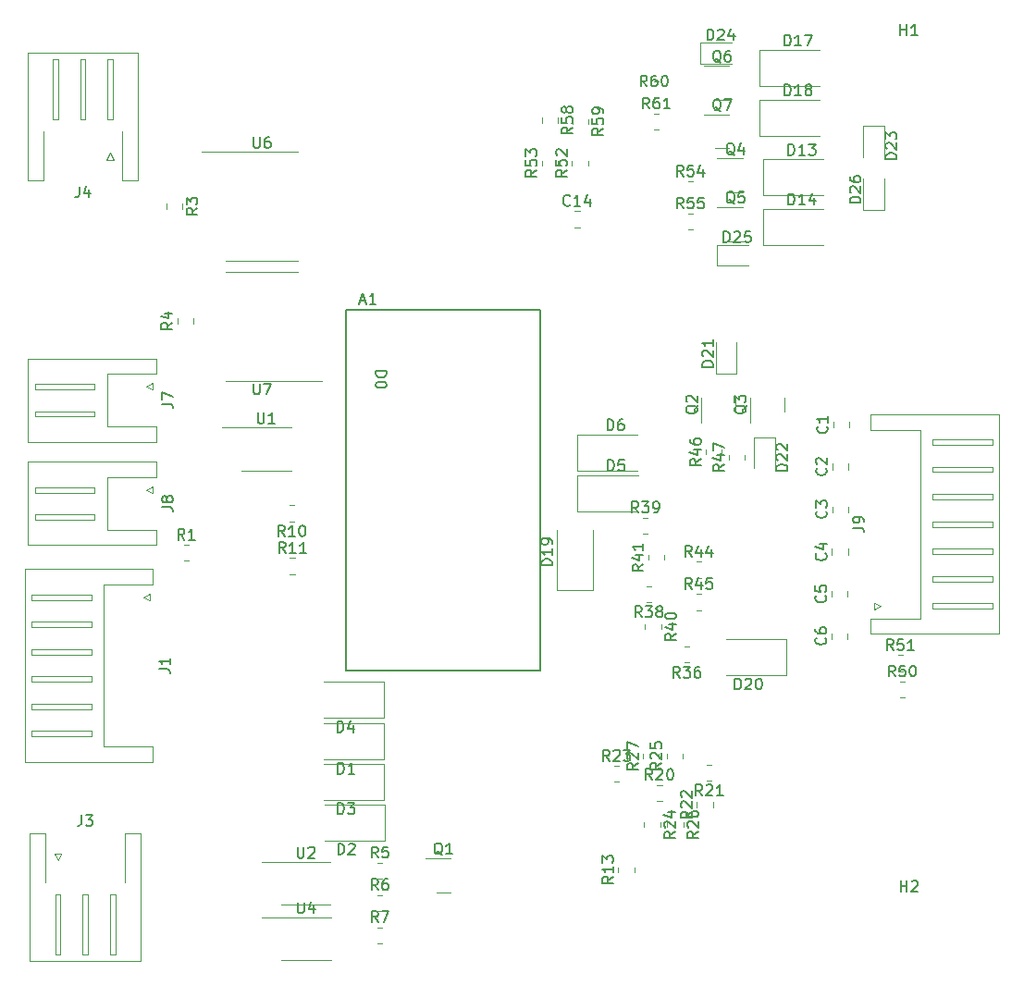
<source format=gbr>
%TF.GenerationSoftware,KiCad,Pcbnew,7.0.9*%
%TF.CreationDate,2024-02-17T17:29:27+05:30*%
%TF.ProjectId,BMS OPAMP,424d5320-4f50-4414-9d50-2e6b69636164,rev?*%
%TF.SameCoordinates,Original*%
%TF.FileFunction,Legend,Top*%
%TF.FilePolarity,Positive*%
%FSLAX46Y46*%
G04 Gerber Fmt 4.6, Leading zero omitted, Abs format (unit mm)*
G04 Created by KiCad (PCBNEW 7.0.9) date 2024-02-17 17:29:27*
%MOMM*%
%LPD*%
G01*
G04 APERTURE LIST*
%ADD10C,0.150000*%
%ADD11C,0.120000*%
G04 APERTURE END LIST*
D10*
X77163819Y-92387657D02*
X76687628Y-92720990D01*
X77163819Y-92959085D02*
X76163819Y-92959085D01*
X76163819Y-92959085D02*
X76163819Y-92578133D01*
X76163819Y-92578133D02*
X76211438Y-92482895D01*
X76211438Y-92482895D02*
X76259057Y-92435276D01*
X76259057Y-92435276D02*
X76354295Y-92387657D01*
X76354295Y-92387657D02*
X76497152Y-92387657D01*
X76497152Y-92387657D02*
X76592390Y-92435276D01*
X76592390Y-92435276D02*
X76640009Y-92482895D01*
X76640009Y-92482895D02*
X76687628Y-92578133D01*
X76687628Y-92578133D02*
X76687628Y-92959085D01*
X77163819Y-91435276D02*
X77163819Y-92006704D01*
X77163819Y-91720990D02*
X76163819Y-91720990D01*
X76163819Y-91720990D02*
X76306676Y-91816228D01*
X76306676Y-91816228D02*
X76401914Y-91911466D01*
X76401914Y-91911466D02*
X76449533Y-92006704D01*
X76163819Y-91101942D02*
X76163819Y-90482895D01*
X76163819Y-90482895D02*
X76544771Y-90816228D01*
X76544771Y-90816228D02*
X76544771Y-90673371D01*
X76544771Y-90673371D02*
X76592390Y-90578133D01*
X76592390Y-90578133D02*
X76640009Y-90530514D01*
X76640009Y-90530514D02*
X76735247Y-90482895D01*
X76735247Y-90482895D02*
X76973342Y-90482895D01*
X76973342Y-90482895D02*
X77068580Y-90530514D01*
X77068580Y-90530514D02*
X77116200Y-90578133D01*
X77116200Y-90578133D02*
X77163819Y-90673371D01*
X77163819Y-90673371D02*
X77163819Y-90959085D01*
X77163819Y-90959085D02*
X77116200Y-91054323D01*
X77116200Y-91054323D02*
X77068580Y-91101942D01*
X103454295Y-15355619D02*
X103454295Y-14355619D01*
X103454295Y-14831809D02*
X104025723Y-14831809D01*
X104025723Y-15355619D02*
X104025723Y-14355619D01*
X105025723Y-15355619D02*
X104454295Y-15355619D01*
X104740009Y-15355619D02*
X104740009Y-14355619D01*
X104740009Y-14355619D02*
X104644771Y-14498476D01*
X104644771Y-14498476D02*
X104549533Y-14593714D01*
X104549533Y-14593714D02*
X104454295Y-14641333D01*
X37923933Y-61542819D02*
X37590600Y-61066628D01*
X37352505Y-61542819D02*
X37352505Y-60542819D01*
X37352505Y-60542819D02*
X37733457Y-60542819D01*
X37733457Y-60542819D02*
X37828695Y-60590438D01*
X37828695Y-60590438D02*
X37876314Y-60638057D01*
X37876314Y-60638057D02*
X37923933Y-60733295D01*
X37923933Y-60733295D02*
X37923933Y-60876152D01*
X37923933Y-60876152D02*
X37876314Y-60971390D01*
X37876314Y-60971390D02*
X37828695Y-61019009D01*
X37828695Y-61019009D02*
X37733457Y-61066628D01*
X37733457Y-61066628D02*
X37352505Y-61066628D01*
X38876314Y-61542819D02*
X38304886Y-61542819D01*
X38590600Y-61542819D02*
X38590600Y-60542819D01*
X38590600Y-60542819D02*
X38495362Y-60685676D01*
X38495362Y-60685676D02*
X38400124Y-60780914D01*
X38400124Y-60780914D02*
X38304886Y-60828533D01*
X80241078Y-20036219D02*
X79907745Y-19560028D01*
X79669650Y-20036219D02*
X79669650Y-19036219D01*
X79669650Y-19036219D02*
X80050602Y-19036219D01*
X80050602Y-19036219D02*
X80145840Y-19083838D01*
X80145840Y-19083838D02*
X80193459Y-19131457D01*
X80193459Y-19131457D02*
X80241078Y-19226695D01*
X80241078Y-19226695D02*
X80241078Y-19369552D01*
X80241078Y-19369552D02*
X80193459Y-19464790D01*
X80193459Y-19464790D02*
X80145840Y-19512409D01*
X80145840Y-19512409D02*
X80050602Y-19560028D01*
X80050602Y-19560028D02*
X79669650Y-19560028D01*
X81098221Y-19036219D02*
X80907745Y-19036219D01*
X80907745Y-19036219D02*
X80812507Y-19083838D01*
X80812507Y-19083838D02*
X80764888Y-19131457D01*
X80764888Y-19131457D02*
X80669650Y-19274314D01*
X80669650Y-19274314D02*
X80622031Y-19464790D01*
X80622031Y-19464790D02*
X80622031Y-19845742D01*
X80622031Y-19845742D02*
X80669650Y-19940980D01*
X80669650Y-19940980D02*
X80717269Y-19988600D01*
X80717269Y-19988600D02*
X80812507Y-20036219D01*
X80812507Y-20036219D02*
X81002983Y-20036219D01*
X81002983Y-20036219D02*
X81098221Y-19988600D01*
X81098221Y-19988600D02*
X81145840Y-19940980D01*
X81145840Y-19940980D02*
X81193459Y-19845742D01*
X81193459Y-19845742D02*
X81193459Y-19607647D01*
X81193459Y-19607647D02*
X81145840Y-19512409D01*
X81145840Y-19512409D02*
X81098221Y-19464790D01*
X81098221Y-19464790D02*
X81002983Y-19417171D01*
X81002983Y-19417171D02*
X80812507Y-19417171D01*
X80812507Y-19417171D02*
X80717269Y-19464790D01*
X80717269Y-19464790D02*
X80669650Y-19512409D01*
X80669650Y-19512409D02*
X80622031Y-19607647D01*
X81812507Y-19036219D02*
X81907745Y-19036219D01*
X81907745Y-19036219D02*
X82002983Y-19083838D01*
X82002983Y-19083838D02*
X82050602Y-19131457D01*
X82050602Y-19131457D02*
X82098221Y-19226695D01*
X82098221Y-19226695D02*
X82145840Y-19417171D01*
X82145840Y-19417171D02*
X82145840Y-19655266D01*
X82145840Y-19655266D02*
X82098221Y-19845742D01*
X82098221Y-19845742D02*
X82050602Y-19940980D01*
X82050602Y-19940980D02*
X82002983Y-19988600D01*
X82002983Y-19988600D02*
X81907745Y-20036219D01*
X81907745Y-20036219D02*
X81812507Y-20036219D01*
X81812507Y-20036219D02*
X81717269Y-19988600D01*
X81717269Y-19988600D02*
X81669650Y-19940980D01*
X81669650Y-19940980D02*
X81622031Y-19845742D01*
X81622031Y-19845742D02*
X81574412Y-19655266D01*
X81574412Y-19655266D02*
X81574412Y-19417171D01*
X81574412Y-19417171D02*
X81622031Y-19226695D01*
X81622031Y-19226695D02*
X81669650Y-19131457D01*
X81669650Y-19131457D02*
X81717269Y-19083838D01*
X81717269Y-19083838D02*
X81812507Y-19036219D01*
X55637133Y-96551219D02*
X55303800Y-96075028D01*
X55065705Y-96551219D02*
X55065705Y-95551219D01*
X55065705Y-95551219D02*
X55446657Y-95551219D01*
X55446657Y-95551219D02*
X55541895Y-95598838D01*
X55541895Y-95598838D02*
X55589514Y-95646457D01*
X55589514Y-95646457D02*
X55637133Y-95741695D01*
X55637133Y-95741695D02*
X55637133Y-95884552D01*
X55637133Y-95884552D02*
X55589514Y-95979790D01*
X55589514Y-95979790D02*
X55541895Y-96027409D01*
X55541895Y-96027409D02*
X55446657Y-96075028D01*
X55446657Y-96075028D02*
X55065705Y-96075028D01*
X55970467Y-95551219D02*
X56637133Y-95551219D01*
X56637133Y-95551219D02*
X56208562Y-96551219D01*
X84345542Y-63092219D02*
X84012209Y-62616028D01*
X83774114Y-63092219D02*
X83774114Y-62092219D01*
X83774114Y-62092219D02*
X84155066Y-62092219D01*
X84155066Y-62092219D02*
X84250304Y-62139838D01*
X84250304Y-62139838D02*
X84297923Y-62187457D01*
X84297923Y-62187457D02*
X84345542Y-62282695D01*
X84345542Y-62282695D02*
X84345542Y-62425552D01*
X84345542Y-62425552D02*
X84297923Y-62520790D01*
X84297923Y-62520790D02*
X84250304Y-62568409D01*
X84250304Y-62568409D02*
X84155066Y-62616028D01*
X84155066Y-62616028D02*
X83774114Y-62616028D01*
X85202685Y-62425552D02*
X85202685Y-63092219D01*
X84964590Y-62044600D02*
X84726495Y-62758885D01*
X84726495Y-62758885D02*
X85345542Y-62758885D01*
X86155066Y-62425552D02*
X86155066Y-63092219D01*
X85916971Y-62044600D02*
X85678876Y-62758885D01*
X85678876Y-62758885D02*
X86297923Y-62758885D01*
X36804819Y-41666666D02*
X36328628Y-41999999D01*
X36804819Y-42238094D02*
X35804819Y-42238094D01*
X35804819Y-42238094D02*
X35804819Y-41857142D01*
X35804819Y-41857142D02*
X35852438Y-41761904D01*
X35852438Y-41761904D02*
X35900057Y-41714285D01*
X35900057Y-41714285D02*
X35995295Y-41666666D01*
X35995295Y-41666666D02*
X36138152Y-41666666D01*
X36138152Y-41666666D02*
X36233390Y-41714285D01*
X36233390Y-41714285D02*
X36281009Y-41761904D01*
X36281009Y-41761904D02*
X36328628Y-41857142D01*
X36328628Y-41857142D02*
X36328628Y-42238094D01*
X36138152Y-40809523D02*
X36804819Y-40809523D01*
X35757200Y-41047618D02*
X36471485Y-41285713D01*
X36471485Y-41285713D02*
X36471485Y-40666666D01*
X84959619Y-88247457D02*
X84483428Y-88580790D01*
X84959619Y-88818885D02*
X83959619Y-88818885D01*
X83959619Y-88818885D02*
X83959619Y-88437933D01*
X83959619Y-88437933D02*
X84007238Y-88342695D01*
X84007238Y-88342695D02*
X84054857Y-88295076D01*
X84054857Y-88295076D02*
X84150095Y-88247457D01*
X84150095Y-88247457D02*
X84292952Y-88247457D01*
X84292952Y-88247457D02*
X84388190Y-88295076D01*
X84388190Y-88295076D02*
X84435809Y-88342695D01*
X84435809Y-88342695D02*
X84483428Y-88437933D01*
X84483428Y-88437933D02*
X84483428Y-88818885D01*
X84054857Y-87866504D02*
X84007238Y-87818885D01*
X84007238Y-87818885D02*
X83959619Y-87723647D01*
X83959619Y-87723647D02*
X83959619Y-87485552D01*
X83959619Y-87485552D02*
X84007238Y-87390314D01*
X84007238Y-87390314D02*
X84054857Y-87342695D01*
X84054857Y-87342695D02*
X84150095Y-87295076D01*
X84150095Y-87295076D02*
X84245333Y-87295076D01*
X84245333Y-87295076D02*
X84388190Y-87342695D01*
X84388190Y-87342695D02*
X84959619Y-87914123D01*
X84959619Y-87914123D02*
X84959619Y-87295076D01*
X83959619Y-86437933D02*
X83959619Y-86628409D01*
X83959619Y-86628409D02*
X84007238Y-86723647D01*
X84007238Y-86723647D02*
X84054857Y-86771266D01*
X84054857Y-86771266D02*
X84197714Y-86866504D01*
X84197714Y-86866504D02*
X84388190Y-86914123D01*
X84388190Y-86914123D02*
X84769142Y-86914123D01*
X84769142Y-86914123D02*
X84864380Y-86866504D01*
X84864380Y-86866504D02*
X84912000Y-86818885D01*
X84912000Y-86818885D02*
X84959619Y-86723647D01*
X84959619Y-86723647D02*
X84959619Y-86533171D01*
X84959619Y-86533171D02*
X84912000Y-86437933D01*
X84912000Y-86437933D02*
X84864380Y-86390314D01*
X84864380Y-86390314D02*
X84769142Y-86342695D01*
X84769142Y-86342695D02*
X84531047Y-86342695D01*
X84531047Y-86342695D02*
X84435809Y-86390314D01*
X84435809Y-86390314D02*
X84388190Y-86437933D01*
X84388190Y-86437933D02*
X84340571Y-86533171D01*
X84340571Y-86533171D02*
X84340571Y-86723647D01*
X84340571Y-86723647D02*
X84388190Y-86818885D01*
X84388190Y-86818885D02*
X84435809Y-86866504D01*
X84435809Y-86866504D02*
X84531047Y-86914123D01*
X54022714Y-39666104D02*
X54498904Y-39666104D01*
X53927476Y-39951819D02*
X54260809Y-38951819D01*
X54260809Y-38951819D02*
X54594142Y-39951819D01*
X55451285Y-39951819D02*
X54879857Y-39951819D01*
X55165571Y-39951819D02*
X55165571Y-38951819D01*
X55165571Y-38951819D02*
X55070333Y-39094676D01*
X55070333Y-39094676D02*
X54975095Y-39189914D01*
X54975095Y-39189914D02*
X54879857Y-39237533D01*
X55425180Y-46124905D02*
X56425180Y-46124905D01*
X56425180Y-46124905D02*
X56425180Y-46363000D01*
X56425180Y-46363000D02*
X56377561Y-46505857D01*
X56377561Y-46505857D02*
X56282323Y-46601095D01*
X56282323Y-46601095D02*
X56187085Y-46648714D01*
X56187085Y-46648714D02*
X55996609Y-46696333D01*
X55996609Y-46696333D02*
X55853752Y-46696333D01*
X55853752Y-46696333D02*
X55663276Y-46648714D01*
X55663276Y-46648714D02*
X55568038Y-46601095D01*
X55568038Y-46601095D02*
X55472800Y-46505857D01*
X55472800Y-46505857D02*
X55425180Y-46363000D01*
X55425180Y-46363000D02*
X55425180Y-46124905D01*
X56425180Y-47315381D02*
X56425180Y-47410619D01*
X56425180Y-47410619D02*
X56377561Y-47505857D01*
X56377561Y-47505857D02*
X56329942Y-47553476D01*
X56329942Y-47553476D02*
X56234704Y-47601095D01*
X56234704Y-47601095D02*
X56044228Y-47648714D01*
X56044228Y-47648714D02*
X55806133Y-47648714D01*
X55806133Y-47648714D02*
X55615657Y-47601095D01*
X55615657Y-47601095D02*
X55520419Y-47553476D01*
X55520419Y-47553476D02*
X55472800Y-47505857D01*
X55472800Y-47505857D02*
X55425180Y-47410619D01*
X55425180Y-47410619D02*
X55425180Y-47315381D01*
X55425180Y-47315381D02*
X55472800Y-47220143D01*
X55472800Y-47220143D02*
X55520419Y-47172524D01*
X55520419Y-47172524D02*
X55615657Y-47124905D01*
X55615657Y-47124905D02*
X55806133Y-47077286D01*
X55806133Y-47077286D02*
X56044228Y-47077286D01*
X56044228Y-47077286D02*
X56234704Y-47124905D01*
X56234704Y-47124905D02*
X56329942Y-47172524D01*
X56329942Y-47172524D02*
X56377561Y-47220143D01*
X56377561Y-47220143D02*
X56425180Y-47315381D01*
X73207142Y-30879580D02*
X73159523Y-30927200D01*
X73159523Y-30927200D02*
X73016666Y-30974819D01*
X73016666Y-30974819D02*
X72921428Y-30974819D01*
X72921428Y-30974819D02*
X72778571Y-30927200D01*
X72778571Y-30927200D02*
X72683333Y-30831961D01*
X72683333Y-30831961D02*
X72635714Y-30736723D01*
X72635714Y-30736723D02*
X72588095Y-30546247D01*
X72588095Y-30546247D02*
X72588095Y-30403390D01*
X72588095Y-30403390D02*
X72635714Y-30212914D01*
X72635714Y-30212914D02*
X72683333Y-30117676D01*
X72683333Y-30117676D02*
X72778571Y-30022438D01*
X72778571Y-30022438D02*
X72921428Y-29974819D01*
X72921428Y-29974819D02*
X73016666Y-29974819D01*
X73016666Y-29974819D02*
X73159523Y-30022438D01*
X73159523Y-30022438D02*
X73207142Y-30070057D01*
X74159523Y-30974819D02*
X73588095Y-30974819D01*
X73873809Y-30974819D02*
X73873809Y-29974819D01*
X73873809Y-29974819D02*
X73778571Y-30117676D01*
X73778571Y-30117676D02*
X73683333Y-30212914D01*
X73683333Y-30212914D02*
X73588095Y-30260533D01*
X75016666Y-30308152D02*
X75016666Y-30974819D01*
X74778571Y-29927200D02*
X74540476Y-30641485D01*
X74540476Y-30641485D02*
X75159523Y-30641485D01*
X35593819Y-73385333D02*
X36308104Y-73385333D01*
X36308104Y-73385333D02*
X36450961Y-73432952D01*
X36450961Y-73432952D02*
X36546200Y-73528190D01*
X36546200Y-73528190D02*
X36593819Y-73671047D01*
X36593819Y-73671047D02*
X36593819Y-73766285D01*
X36593819Y-72385333D02*
X36593819Y-72956761D01*
X36593819Y-72671047D02*
X35593819Y-72671047D01*
X35593819Y-72671047D02*
X35736676Y-72766285D01*
X35736676Y-72766285D02*
X35831914Y-72861523D01*
X35831914Y-72861523D02*
X35879533Y-72956761D01*
X70152819Y-27693857D02*
X69676628Y-28027190D01*
X70152819Y-28265285D02*
X69152819Y-28265285D01*
X69152819Y-28265285D02*
X69152819Y-27884333D01*
X69152819Y-27884333D02*
X69200438Y-27789095D01*
X69200438Y-27789095D02*
X69248057Y-27741476D01*
X69248057Y-27741476D02*
X69343295Y-27693857D01*
X69343295Y-27693857D02*
X69486152Y-27693857D01*
X69486152Y-27693857D02*
X69581390Y-27741476D01*
X69581390Y-27741476D02*
X69629009Y-27789095D01*
X69629009Y-27789095D02*
X69676628Y-27884333D01*
X69676628Y-27884333D02*
X69676628Y-28265285D01*
X69152819Y-26789095D02*
X69152819Y-27265285D01*
X69152819Y-27265285D02*
X69629009Y-27312904D01*
X69629009Y-27312904D02*
X69581390Y-27265285D01*
X69581390Y-27265285D02*
X69533771Y-27170047D01*
X69533771Y-27170047D02*
X69533771Y-26931952D01*
X69533771Y-26931952D02*
X69581390Y-26836714D01*
X69581390Y-26836714D02*
X69629009Y-26789095D01*
X69629009Y-26789095D02*
X69724247Y-26741476D01*
X69724247Y-26741476D02*
X69962342Y-26741476D01*
X69962342Y-26741476D02*
X70057580Y-26789095D01*
X70057580Y-26789095D02*
X70105200Y-26836714D01*
X70105200Y-26836714D02*
X70152819Y-26931952D01*
X70152819Y-26931952D02*
X70152819Y-27170047D01*
X70152819Y-27170047D02*
X70105200Y-27265285D01*
X70105200Y-27265285D02*
X70057580Y-27312904D01*
X69152819Y-26408142D02*
X69152819Y-25789095D01*
X69152819Y-25789095D02*
X69533771Y-26122428D01*
X69533771Y-26122428D02*
X69533771Y-25979571D01*
X69533771Y-25979571D02*
X69581390Y-25884333D01*
X69581390Y-25884333D02*
X69629009Y-25836714D01*
X69629009Y-25836714D02*
X69724247Y-25789095D01*
X69724247Y-25789095D02*
X69962342Y-25789095D01*
X69962342Y-25789095D02*
X70057580Y-25836714D01*
X70057580Y-25836714D02*
X70105200Y-25884333D01*
X70105200Y-25884333D02*
X70152819Y-25979571D01*
X70152819Y-25979571D02*
X70152819Y-26265285D01*
X70152819Y-26265285D02*
X70105200Y-26360523D01*
X70105200Y-26360523D02*
X70057580Y-26408142D01*
X96571180Y-66663866D02*
X96618800Y-66711485D01*
X96618800Y-66711485D02*
X96666419Y-66854342D01*
X96666419Y-66854342D02*
X96666419Y-66949580D01*
X96666419Y-66949580D02*
X96618800Y-67092437D01*
X96618800Y-67092437D02*
X96523561Y-67187675D01*
X96523561Y-67187675D02*
X96428323Y-67235294D01*
X96428323Y-67235294D02*
X96237847Y-67282913D01*
X96237847Y-67282913D02*
X96094990Y-67282913D01*
X96094990Y-67282913D02*
X95904514Y-67235294D01*
X95904514Y-67235294D02*
X95809276Y-67187675D01*
X95809276Y-67187675D02*
X95714038Y-67092437D01*
X95714038Y-67092437D02*
X95666419Y-66949580D01*
X95666419Y-66949580D02*
X95666419Y-66854342D01*
X95666419Y-66854342D02*
X95714038Y-66711485D01*
X95714038Y-66711485D02*
X95761657Y-66663866D01*
X95666419Y-65759104D02*
X95666419Y-66235294D01*
X95666419Y-66235294D02*
X96142609Y-66282913D01*
X96142609Y-66282913D02*
X96094990Y-66235294D01*
X96094990Y-66235294D02*
X96047371Y-66140056D01*
X96047371Y-66140056D02*
X96047371Y-65901961D01*
X96047371Y-65901961D02*
X96094990Y-65806723D01*
X96094990Y-65806723D02*
X96142609Y-65759104D01*
X96142609Y-65759104D02*
X96237847Y-65711485D01*
X96237847Y-65711485D02*
X96475942Y-65711485D01*
X96475942Y-65711485D02*
X96571180Y-65759104D01*
X96571180Y-65759104D02*
X96618800Y-65806723D01*
X96618800Y-65806723D02*
X96666419Y-65901961D01*
X96666419Y-65901961D02*
X96666419Y-66140056D01*
X96666419Y-66140056D02*
X96618800Y-66235294D01*
X96618800Y-66235294D02*
X96571180Y-66282913D01*
X44238095Y-24674819D02*
X44238095Y-25484342D01*
X44238095Y-25484342D02*
X44285714Y-25579580D01*
X44285714Y-25579580D02*
X44333333Y-25627200D01*
X44333333Y-25627200D02*
X44428571Y-25674819D01*
X44428571Y-25674819D02*
X44619047Y-25674819D01*
X44619047Y-25674819D02*
X44714285Y-25627200D01*
X44714285Y-25627200D02*
X44761904Y-25579580D01*
X44761904Y-25579580D02*
X44809523Y-25484342D01*
X44809523Y-25484342D02*
X44809523Y-24674819D01*
X45714285Y-24674819D02*
X45523809Y-24674819D01*
X45523809Y-24674819D02*
X45428571Y-24722438D01*
X45428571Y-24722438D02*
X45380952Y-24770057D01*
X45380952Y-24770057D02*
X45285714Y-24912914D01*
X45285714Y-24912914D02*
X45238095Y-25103390D01*
X45238095Y-25103390D02*
X45238095Y-25484342D01*
X45238095Y-25484342D02*
X45285714Y-25579580D01*
X45285714Y-25579580D02*
X45333333Y-25627200D01*
X45333333Y-25627200D02*
X45428571Y-25674819D01*
X45428571Y-25674819D02*
X45619047Y-25674819D01*
X45619047Y-25674819D02*
X45714285Y-25627200D01*
X45714285Y-25627200D02*
X45761904Y-25579580D01*
X45761904Y-25579580D02*
X45809523Y-25484342D01*
X45809523Y-25484342D02*
X45809523Y-25246247D01*
X45809523Y-25246247D02*
X45761904Y-25151009D01*
X45761904Y-25151009D02*
X45714285Y-25103390D01*
X45714285Y-25103390D02*
X45619047Y-25055771D01*
X45619047Y-25055771D02*
X45428571Y-25055771D01*
X45428571Y-25055771D02*
X45333333Y-25103390D01*
X45333333Y-25103390D02*
X45285714Y-25151009D01*
X45285714Y-25151009D02*
X45238095Y-25246247D01*
X79907019Y-63812657D02*
X79430828Y-64145990D01*
X79907019Y-64384085D02*
X78907019Y-64384085D01*
X78907019Y-64384085D02*
X78907019Y-64003133D01*
X78907019Y-64003133D02*
X78954638Y-63907895D01*
X78954638Y-63907895D02*
X79002257Y-63860276D01*
X79002257Y-63860276D02*
X79097495Y-63812657D01*
X79097495Y-63812657D02*
X79240352Y-63812657D01*
X79240352Y-63812657D02*
X79335590Y-63860276D01*
X79335590Y-63860276D02*
X79383209Y-63907895D01*
X79383209Y-63907895D02*
X79430828Y-64003133D01*
X79430828Y-64003133D02*
X79430828Y-64384085D01*
X79240352Y-62955514D02*
X79907019Y-62955514D01*
X78859400Y-63193609D02*
X79573685Y-63431704D01*
X79573685Y-63431704D02*
X79573685Y-62812657D01*
X79907019Y-61907895D02*
X79907019Y-62479323D01*
X79907019Y-62193609D02*
X78907019Y-62193609D01*
X78907019Y-62193609D02*
X79049876Y-62288847D01*
X79049876Y-62288847D02*
X79145114Y-62384085D01*
X79145114Y-62384085D02*
X79192733Y-62479323D01*
X87026161Y-22310457D02*
X86930923Y-22262838D01*
X86930923Y-22262838D02*
X86835685Y-22167600D01*
X86835685Y-22167600D02*
X86692828Y-22024742D01*
X86692828Y-22024742D02*
X86597590Y-21977123D01*
X86597590Y-21977123D02*
X86502352Y-21977123D01*
X86549971Y-22215219D02*
X86454733Y-22167600D01*
X86454733Y-22167600D02*
X86359495Y-22072361D01*
X86359495Y-22072361D02*
X86311876Y-21881885D01*
X86311876Y-21881885D02*
X86311876Y-21548552D01*
X86311876Y-21548552D02*
X86359495Y-21358076D01*
X86359495Y-21358076D02*
X86454733Y-21262838D01*
X86454733Y-21262838D02*
X86549971Y-21215219D01*
X86549971Y-21215219D02*
X86740447Y-21215219D01*
X86740447Y-21215219D02*
X86835685Y-21262838D01*
X86835685Y-21262838D02*
X86930923Y-21358076D01*
X86930923Y-21358076D02*
X86978542Y-21548552D01*
X86978542Y-21548552D02*
X86978542Y-21881885D01*
X86978542Y-21881885D02*
X86930923Y-22072361D01*
X86930923Y-22072361D02*
X86835685Y-22167600D01*
X86835685Y-22167600D02*
X86740447Y-22215219D01*
X86740447Y-22215219D02*
X86549971Y-22215219D01*
X87311876Y-21215219D02*
X87978542Y-21215219D01*
X87978542Y-21215219D02*
X87549971Y-22215219D01*
X82927619Y-70137257D02*
X82451428Y-70470590D01*
X82927619Y-70708685D02*
X81927619Y-70708685D01*
X81927619Y-70708685D02*
X81927619Y-70327733D01*
X81927619Y-70327733D02*
X81975238Y-70232495D01*
X81975238Y-70232495D02*
X82022857Y-70184876D01*
X82022857Y-70184876D02*
X82118095Y-70137257D01*
X82118095Y-70137257D02*
X82260952Y-70137257D01*
X82260952Y-70137257D02*
X82356190Y-70184876D01*
X82356190Y-70184876D02*
X82403809Y-70232495D01*
X82403809Y-70232495D02*
X82451428Y-70327733D01*
X82451428Y-70327733D02*
X82451428Y-70708685D01*
X82260952Y-69280114D02*
X82927619Y-69280114D01*
X81880000Y-69518209D02*
X82594285Y-69756304D01*
X82594285Y-69756304D02*
X82594285Y-69137257D01*
X81927619Y-68565828D02*
X81927619Y-68470590D01*
X81927619Y-68470590D02*
X81975238Y-68375352D01*
X81975238Y-68375352D02*
X82022857Y-68327733D01*
X82022857Y-68327733D02*
X82118095Y-68280114D01*
X82118095Y-68280114D02*
X82308571Y-68232495D01*
X82308571Y-68232495D02*
X82546666Y-68232495D01*
X82546666Y-68232495D02*
X82737142Y-68280114D01*
X82737142Y-68280114D02*
X82832380Y-68327733D01*
X82832380Y-68327733D02*
X82880000Y-68375352D01*
X82880000Y-68375352D02*
X82927619Y-68470590D01*
X82927619Y-68470590D02*
X82927619Y-68565828D01*
X82927619Y-68565828D02*
X82880000Y-68661066D01*
X82880000Y-68661066D02*
X82832380Y-68708685D01*
X82832380Y-68708685D02*
X82737142Y-68756304D01*
X82737142Y-68756304D02*
X82546666Y-68803923D01*
X82546666Y-68803923D02*
X82308571Y-68803923D01*
X82308571Y-68803923D02*
X82118095Y-68756304D01*
X82118095Y-68756304D02*
X82022857Y-68708685D01*
X82022857Y-68708685D02*
X81975238Y-68661066D01*
X81975238Y-68661066D02*
X81927619Y-68565828D01*
X47159942Y-62762019D02*
X46826609Y-62285828D01*
X46588514Y-62762019D02*
X46588514Y-61762019D01*
X46588514Y-61762019D02*
X46969466Y-61762019D01*
X46969466Y-61762019D02*
X47064704Y-61809638D01*
X47064704Y-61809638D02*
X47112323Y-61857257D01*
X47112323Y-61857257D02*
X47159942Y-61952495D01*
X47159942Y-61952495D02*
X47159942Y-62095352D01*
X47159942Y-62095352D02*
X47112323Y-62190590D01*
X47112323Y-62190590D02*
X47064704Y-62238209D01*
X47064704Y-62238209D02*
X46969466Y-62285828D01*
X46969466Y-62285828D02*
X46588514Y-62285828D01*
X48112323Y-62762019D02*
X47540895Y-62762019D01*
X47826609Y-62762019D02*
X47826609Y-61762019D01*
X47826609Y-61762019D02*
X47731371Y-61904876D01*
X47731371Y-61904876D02*
X47636133Y-62000114D01*
X47636133Y-62000114D02*
X47540895Y-62047733D01*
X49064704Y-62762019D02*
X48493276Y-62762019D01*
X48778990Y-62762019D02*
X48778990Y-61762019D01*
X48778990Y-61762019D02*
X48683752Y-61904876D01*
X48683752Y-61904876D02*
X48588514Y-62000114D01*
X48588514Y-62000114D02*
X48493276Y-62047733D01*
X82826019Y-88272857D02*
X82349828Y-88606190D01*
X82826019Y-88844285D02*
X81826019Y-88844285D01*
X81826019Y-88844285D02*
X81826019Y-88463333D01*
X81826019Y-88463333D02*
X81873638Y-88368095D01*
X81873638Y-88368095D02*
X81921257Y-88320476D01*
X81921257Y-88320476D02*
X82016495Y-88272857D01*
X82016495Y-88272857D02*
X82159352Y-88272857D01*
X82159352Y-88272857D02*
X82254590Y-88320476D01*
X82254590Y-88320476D02*
X82302209Y-88368095D01*
X82302209Y-88368095D02*
X82349828Y-88463333D01*
X82349828Y-88463333D02*
X82349828Y-88844285D01*
X81921257Y-87891904D02*
X81873638Y-87844285D01*
X81873638Y-87844285D02*
X81826019Y-87749047D01*
X81826019Y-87749047D02*
X81826019Y-87510952D01*
X81826019Y-87510952D02*
X81873638Y-87415714D01*
X81873638Y-87415714D02*
X81921257Y-87368095D01*
X81921257Y-87368095D02*
X82016495Y-87320476D01*
X82016495Y-87320476D02*
X82111733Y-87320476D01*
X82111733Y-87320476D02*
X82254590Y-87368095D01*
X82254590Y-87368095D02*
X82826019Y-87939523D01*
X82826019Y-87939523D02*
X82826019Y-87320476D01*
X82159352Y-86463333D02*
X82826019Y-86463333D01*
X81778400Y-86701428D02*
X82492685Y-86939523D01*
X82492685Y-86939523D02*
X82492685Y-86320476D01*
X102801942Y-71652019D02*
X102468609Y-71175828D01*
X102230514Y-71652019D02*
X102230514Y-70652019D01*
X102230514Y-70652019D02*
X102611466Y-70652019D01*
X102611466Y-70652019D02*
X102706704Y-70699638D01*
X102706704Y-70699638D02*
X102754323Y-70747257D01*
X102754323Y-70747257D02*
X102801942Y-70842495D01*
X102801942Y-70842495D02*
X102801942Y-70985352D01*
X102801942Y-70985352D02*
X102754323Y-71080590D01*
X102754323Y-71080590D02*
X102706704Y-71128209D01*
X102706704Y-71128209D02*
X102611466Y-71175828D01*
X102611466Y-71175828D02*
X102230514Y-71175828D01*
X103706704Y-70652019D02*
X103230514Y-70652019D01*
X103230514Y-70652019D02*
X103182895Y-71128209D01*
X103182895Y-71128209D02*
X103230514Y-71080590D01*
X103230514Y-71080590D02*
X103325752Y-71032971D01*
X103325752Y-71032971D02*
X103563847Y-71032971D01*
X103563847Y-71032971D02*
X103659085Y-71080590D01*
X103659085Y-71080590D02*
X103706704Y-71128209D01*
X103706704Y-71128209D02*
X103754323Y-71223447D01*
X103754323Y-71223447D02*
X103754323Y-71461542D01*
X103754323Y-71461542D02*
X103706704Y-71556780D01*
X103706704Y-71556780D02*
X103659085Y-71604400D01*
X103659085Y-71604400D02*
X103563847Y-71652019D01*
X103563847Y-71652019D02*
X103325752Y-71652019D01*
X103325752Y-71652019D02*
X103230514Y-71604400D01*
X103230514Y-71604400D02*
X103182895Y-71556780D01*
X104706704Y-71652019D02*
X104135276Y-71652019D01*
X104420990Y-71652019D02*
X104420990Y-70652019D01*
X104420990Y-70652019D02*
X104325752Y-70794876D01*
X104325752Y-70794876D02*
X104230514Y-70890114D01*
X104230514Y-70890114D02*
X104135276Y-70937733D01*
X39104819Y-31166666D02*
X38628628Y-31499999D01*
X39104819Y-31738094D02*
X38104819Y-31738094D01*
X38104819Y-31738094D02*
X38104819Y-31357142D01*
X38104819Y-31357142D02*
X38152438Y-31261904D01*
X38152438Y-31261904D02*
X38200057Y-31214285D01*
X38200057Y-31214285D02*
X38295295Y-31166666D01*
X38295295Y-31166666D02*
X38438152Y-31166666D01*
X38438152Y-31166666D02*
X38533390Y-31214285D01*
X38533390Y-31214285D02*
X38581009Y-31261904D01*
X38581009Y-31261904D02*
X38628628Y-31357142D01*
X38628628Y-31357142D02*
X38628628Y-31738094D01*
X38104819Y-30833332D02*
X38104819Y-30214285D01*
X38104819Y-30214285D02*
X38485771Y-30547618D01*
X38485771Y-30547618D02*
X38485771Y-30404761D01*
X38485771Y-30404761D02*
X38533390Y-30309523D01*
X38533390Y-30309523D02*
X38581009Y-30261904D01*
X38581009Y-30261904D02*
X38676247Y-30214285D01*
X38676247Y-30214285D02*
X38914342Y-30214285D01*
X38914342Y-30214285D02*
X39009580Y-30261904D01*
X39009580Y-30261904D02*
X39057200Y-30309523D01*
X39057200Y-30309523D02*
X39104819Y-30404761D01*
X39104819Y-30404761D02*
X39104819Y-30690475D01*
X39104819Y-30690475D02*
X39057200Y-30785713D01*
X39057200Y-30785713D02*
X39009580Y-30833332D01*
X44629095Y-49893219D02*
X44629095Y-50702742D01*
X44629095Y-50702742D02*
X44676714Y-50797980D01*
X44676714Y-50797980D02*
X44724333Y-50845600D01*
X44724333Y-50845600D02*
X44819571Y-50893219D01*
X44819571Y-50893219D02*
X45010047Y-50893219D01*
X45010047Y-50893219D02*
X45105285Y-50845600D01*
X45105285Y-50845600D02*
X45152904Y-50797980D01*
X45152904Y-50797980D02*
X45200523Y-50702742D01*
X45200523Y-50702742D02*
X45200523Y-49893219D01*
X46200523Y-50893219D02*
X45629095Y-50893219D01*
X45914809Y-50893219D02*
X45914809Y-49893219D01*
X45914809Y-49893219D02*
X45819571Y-50036076D01*
X45819571Y-50036076D02*
X45724333Y-50131314D01*
X45724333Y-50131314D02*
X45629095Y-50178933D01*
X28281666Y-29192819D02*
X28281666Y-29907104D01*
X28281666Y-29907104D02*
X28234047Y-30049961D01*
X28234047Y-30049961D02*
X28138809Y-30145200D01*
X28138809Y-30145200D02*
X27995952Y-30192819D01*
X27995952Y-30192819D02*
X27900714Y-30192819D01*
X29186428Y-29526152D02*
X29186428Y-30192819D01*
X28948333Y-29145200D02*
X28710238Y-29859485D01*
X28710238Y-29859485D02*
X29329285Y-29859485D01*
X83582942Y-31218819D02*
X83249609Y-30742628D01*
X83011514Y-31218819D02*
X83011514Y-30218819D01*
X83011514Y-30218819D02*
X83392466Y-30218819D01*
X83392466Y-30218819D02*
X83487704Y-30266438D01*
X83487704Y-30266438D02*
X83535323Y-30314057D01*
X83535323Y-30314057D02*
X83582942Y-30409295D01*
X83582942Y-30409295D02*
X83582942Y-30552152D01*
X83582942Y-30552152D02*
X83535323Y-30647390D01*
X83535323Y-30647390D02*
X83487704Y-30695009D01*
X83487704Y-30695009D02*
X83392466Y-30742628D01*
X83392466Y-30742628D02*
X83011514Y-30742628D01*
X84487704Y-30218819D02*
X84011514Y-30218819D01*
X84011514Y-30218819D02*
X83963895Y-30695009D01*
X83963895Y-30695009D02*
X84011514Y-30647390D01*
X84011514Y-30647390D02*
X84106752Y-30599771D01*
X84106752Y-30599771D02*
X84344847Y-30599771D01*
X84344847Y-30599771D02*
X84440085Y-30647390D01*
X84440085Y-30647390D02*
X84487704Y-30695009D01*
X84487704Y-30695009D02*
X84535323Y-30790247D01*
X84535323Y-30790247D02*
X84535323Y-31028342D01*
X84535323Y-31028342D02*
X84487704Y-31123580D01*
X84487704Y-31123580D02*
X84440085Y-31171200D01*
X84440085Y-31171200D02*
X84344847Y-31218819D01*
X84344847Y-31218819D02*
X84106752Y-31218819D01*
X84106752Y-31218819D02*
X84011514Y-31171200D01*
X84011514Y-31171200D02*
X83963895Y-31123580D01*
X85440085Y-30218819D02*
X84963895Y-30218819D01*
X84963895Y-30218819D02*
X84916276Y-30695009D01*
X84916276Y-30695009D02*
X84963895Y-30647390D01*
X84963895Y-30647390D02*
X85059133Y-30599771D01*
X85059133Y-30599771D02*
X85297228Y-30599771D01*
X85297228Y-30599771D02*
X85392466Y-30647390D01*
X85392466Y-30647390D02*
X85440085Y-30695009D01*
X85440085Y-30695009D02*
X85487704Y-30790247D01*
X85487704Y-30790247D02*
X85487704Y-31028342D01*
X85487704Y-31028342D02*
X85440085Y-31123580D01*
X85440085Y-31123580D02*
X85392466Y-31171200D01*
X85392466Y-31171200D02*
X85297228Y-31218819D01*
X85297228Y-31218819D02*
X85059133Y-31218819D01*
X85059133Y-31218819D02*
X84963895Y-31171200D01*
X84963895Y-31171200D02*
X84916276Y-31123580D01*
X79468742Y-59053619D02*
X79135409Y-58577428D01*
X78897314Y-59053619D02*
X78897314Y-58053619D01*
X78897314Y-58053619D02*
X79278266Y-58053619D01*
X79278266Y-58053619D02*
X79373504Y-58101238D01*
X79373504Y-58101238D02*
X79421123Y-58148857D01*
X79421123Y-58148857D02*
X79468742Y-58244095D01*
X79468742Y-58244095D02*
X79468742Y-58386952D01*
X79468742Y-58386952D02*
X79421123Y-58482190D01*
X79421123Y-58482190D02*
X79373504Y-58529809D01*
X79373504Y-58529809D02*
X79278266Y-58577428D01*
X79278266Y-58577428D02*
X78897314Y-58577428D01*
X79802076Y-58053619D02*
X80421123Y-58053619D01*
X80421123Y-58053619D02*
X80087790Y-58434571D01*
X80087790Y-58434571D02*
X80230647Y-58434571D01*
X80230647Y-58434571D02*
X80325885Y-58482190D01*
X80325885Y-58482190D02*
X80373504Y-58529809D01*
X80373504Y-58529809D02*
X80421123Y-58625047D01*
X80421123Y-58625047D02*
X80421123Y-58863142D01*
X80421123Y-58863142D02*
X80373504Y-58958380D01*
X80373504Y-58958380D02*
X80325885Y-59006000D01*
X80325885Y-59006000D02*
X80230647Y-59053619D01*
X80230647Y-59053619D02*
X79944933Y-59053619D01*
X79944933Y-59053619D02*
X79849695Y-59006000D01*
X79849695Y-59006000D02*
X79802076Y-58958380D01*
X80897314Y-59053619D02*
X81087790Y-59053619D01*
X81087790Y-59053619D02*
X81183028Y-59006000D01*
X81183028Y-59006000D02*
X81230647Y-58958380D01*
X81230647Y-58958380D02*
X81325885Y-58815523D01*
X81325885Y-58815523D02*
X81373504Y-58625047D01*
X81373504Y-58625047D02*
X81373504Y-58244095D01*
X81373504Y-58244095D02*
X81325885Y-58148857D01*
X81325885Y-58148857D02*
X81278266Y-58101238D01*
X81278266Y-58101238D02*
X81183028Y-58053619D01*
X81183028Y-58053619D02*
X80992552Y-58053619D01*
X80992552Y-58053619D02*
X80897314Y-58101238D01*
X80897314Y-58101238D02*
X80849695Y-58148857D01*
X80849695Y-58148857D02*
X80802076Y-58244095D01*
X80802076Y-58244095D02*
X80802076Y-58482190D01*
X80802076Y-58482190D02*
X80849695Y-58577428D01*
X80849695Y-58577428D02*
X80897314Y-58625047D01*
X80897314Y-58625047D02*
X80992552Y-58672666D01*
X80992552Y-58672666D02*
X81183028Y-58672666D01*
X81183028Y-58672666D02*
X81278266Y-58625047D01*
X81278266Y-58625047D02*
X81325885Y-58577428D01*
X81325885Y-58577428D02*
X81373504Y-58482190D01*
X93196914Y-30876619D02*
X93196914Y-29876619D01*
X93196914Y-29876619D02*
X93435009Y-29876619D01*
X93435009Y-29876619D02*
X93577866Y-29924238D01*
X93577866Y-29924238D02*
X93673104Y-30019476D01*
X93673104Y-30019476D02*
X93720723Y-30114714D01*
X93720723Y-30114714D02*
X93768342Y-30305190D01*
X93768342Y-30305190D02*
X93768342Y-30448047D01*
X93768342Y-30448047D02*
X93720723Y-30638523D01*
X93720723Y-30638523D02*
X93673104Y-30733761D01*
X93673104Y-30733761D02*
X93577866Y-30829000D01*
X93577866Y-30829000D02*
X93435009Y-30876619D01*
X93435009Y-30876619D02*
X93196914Y-30876619D01*
X94720723Y-30876619D02*
X94149295Y-30876619D01*
X94435009Y-30876619D02*
X94435009Y-29876619D01*
X94435009Y-29876619D02*
X94339771Y-30019476D01*
X94339771Y-30019476D02*
X94244533Y-30114714D01*
X94244533Y-30114714D02*
X94149295Y-30162333D01*
X95577866Y-30209952D02*
X95577866Y-30876619D01*
X95339771Y-29829000D02*
X95101676Y-30543285D01*
X95101676Y-30543285D02*
X95720723Y-30543285D01*
X87285714Y-34304819D02*
X87285714Y-33304819D01*
X87285714Y-33304819D02*
X87523809Y-33304819D01*
X87523809Y-33304819D02*
X87666666Y-33352438D01*
X87666666Y-33352438D02*
X87761904Y-33447676D01*
X87761904Y-33447676D02*
X87809523Y-33542914D01*
X87809523Y-33542914D02*
X87857142Y-33733390D01*
X87857142Y-33733390D02*
X87857142Y-33876247D01*
X87857142Y-33876247D02*
X87809523Y-34066723D01*
X87809523Y-34066723D02*
X87761904Y-34161961D01*
X87761904Y-34161961D02*
X87666666Y-34257200D01*
X87666666Y-34257200D02*
X87523809Y-34304819D01*
X87523809Y-34304819D02*
X87285714Y-34304819D01*
X88238095Y-33400057D02*
X88285714Y-33352438D01*
X88285714Y-33352438D02*
X88380952Y-33304819D01*
X88380952Y-33304819D02*
X88619047Y-33304819D01*
X88619047Y-33304819D02*
X88714285Y-33352438D01*
X88714285Y-33352438D02*
X88761904Y-33400057D01*
X88761904Y-33400057D02*
X88809523Y-33495295D01*
X88809523Y-33495295D02*
X88809523Y-33590533D01*
X88809523Y-33590533D02*
X88761904Y-33733390D01*
X88761904Y-33733390D02*
X88190476Y-34304819D01*
X88190476Y-34304819D02*
X88809523Y-34304819D01*
X89714285Y-33304819D02*
X89238095Y-33304819D01*
X89238095Y-33304819D02*
X89190476Y-33781009D01*
X89190476Y-33781009D02*
X89238095Y-33733390D01*
X89238095Y-33733390D02*
X89333333Y-33685771D01*
X89333333Y-33685771D02*
X89571428Y-33685771D01*
X89571428Y-33685771D02*
X89666666Y-33733390D01*
X89666666Y-33733390D02*
X89714285Y-33781009D01*
X89714285Y-33781009D02*
X89761904Y-33876247D01*
X89761904Y-33876247D02*
X89761904Y-34114342D01*
X89761904Y-34114342D02*
X89714285Y-34209580D01*
X89714285Y-34209580D02*
X89666666Y-34257200D01*
X89666666Y-34257200D02*
X89571428Y-34304819D01*
X89571428Y-34304819D02*
X89333333Y-34304819D01*
X89333333Y-34304819D02*
X89238095Y-34257200D01*
X89238095Y-34257200D02*
X89190476Y-34209580D01*
X51966905Y-86647819D02*
X51966905Y-85647819D01*
X51966905Y-85647819D02*
X52205000Y-85647819D01*
X52205000Y-85647819D02*
X52347857Y-85695438D01*
X52347857Y-85695438D02*
X52443095Y-85790676D01*
X52443095Y-85790676D02*
X52490714Y-85885914D01*
X52490714Y-85885914D02*
X52538333Y-86076390D01*
X52538333Y-86076390D02*
X52538333Y-86219247D01*
X52538333Y-86219247D02*
X52490714Y-86409723D01*
X52490714Y-86409723D02*
X52443095Y-86504961D01*
X52443095Y-86504961D02*
X52347857Y-86600200D01*
X52347857Y-86600200D02*
X52205000Y-86647819D01*
X52205000Y-86647819D02*
X51966905Y-86647819D01*
X52871667Y-85647819D02*
X53490714Y-85647819D01*
X53490714Y-85647819D02*
X53157381Y-86028771D01*
X53157381Y-86028771D02*
X53300238Y-86028771D01*
X53300238Y-86028771D02*
X53395476Y-86076390D01*
X53395476Y-86076390D02*
X53443095Y-86124009D01*
X53443095Y-86124009D02*
X53490714Y-86219247D01*
X53490714Y-86219247D02*
X53490714Y-86457342D01*
X53490714Y-86457342D02*
X53443095Y-86552580D01*
X53443095Y-86552580D02*
X53395476Y-86600200D01*
X53395476Y-86600200D02*
X53300238Y-86647819D01*
X53300238Y-86647819D02*
X53014524Y-86647819D01*
X53014524Y-86647819D02*
X52919286Y-86600200D01*
X52919286Y-86600200D02*
X52871667Y-86552580D01*
X85186619Y-54160657D02*
X84710428Y-54493990D01*
X85186619Y-54732085D02*
X84186619Y-54732085D01*
X84186619Y-54732085D02*
X84186619Y-54351133D01*
X84186619Y-54351133D02*
X84234238Y-54255895D01*
X84234238Y-54255895D02*
X84281857Y-54208276D01*
X84281857Y-54208276D02*
X84377095Y-54160657D01*
X84377095Y-54160657D02*
X84519952Y-54160657D01*
X84519952Y-54160657D02*
X84615190Y-54208276D01*
X84615190Y-54208276D02*
X84662809Y-54255895D01*
X84662809Y-54255895D02*
X84710428Y-54351133D01*
X84710428Y-54351133D02*
X84710428Y-54732085D01*
X84519952Y-53303514D02*
X85186619Y-53303514D01*
X84139000Y-53541609D02*
X84853285Y-53779704D01*
X84853285Y-53779704D02*
X84853285Y-53160657D01*
X84186619Y-52351133D02*
X84186619Y-52541609D01*
X84186619Y-52541609D02*
X84234238Y-52636847D01*
X84234238Y-52636847D02*
X84281857Y-52684466D01*
X84281857Y-52684466D02*
X84424714Y-52779704D01*
X84424714Y-52779704D02*
X84615190Y-52827323D01*
X84615190Y-52827323D02*
X84996142Y-52827323D01*
X84996142Y-52827323D02*
X85091380Y-52779704D01*
X85091380Y-52779704D02*
X85139000Y-52732085D01*
X85139000Y-52732085D02*
X85186619Y-52636847D01*
X85186619Y-52636847D02*
X85186619Y-52446371D01*
X85186619Y-52446371D02*
X85139000Y-52351133D01*
X85139000Y-52351133D02*
X85091380Y-52303514D01*
X85091380Y-52303514D02*
X84996142Y-52255895D01*
X84996142Y-52255895D02*
X84758047Y-52255895D01*
X84758047Y-52255895D02*
X84662809Y-52303514D01*
X84662809Y-52303514D02*
X84615190Y-52351133D01*
X84615190Y-52351133D02*
X84567571Y-52446371D01*
X84567571Y-52446371D02*
X84567571Y-52636847D01*
X84567571Y-52636847D02*
X84615190Y-52732085D01*
X84615190Y-52732085D02*
X84662809Y-52779704D01*
X84662809Y-52779704D02*
X84758047Y-52827323D01*
X73452819Y-23791657D02*
X72976628Y-24124990D01*
X73452819Y-24363085D02*
X72452819Y-24363085D01*
X72452819Y-24363085D02*
X72452819Y-23982133D01*
X72452819Y-23982133D02*
X72500438Y-23886895D01*
X72500438Y-23886895D02*
X72548057Y-23839276D01*
X72548057Y-23839276D02*
X72643295Y-23791657D01*
X72643295Y-23791657D02*
X72786152Y-23791657D01*
X72786152Y-23791657D02*
X72881390Y-23839276D01*
X72881390Y-23839276D02*
X72929009Y-23886895D01*
X72929009Y-23886895D02*
X72976628Y-23982133D01*
X72976628Y-23982133D02*
X72976628Y-24363085D01*
X72452819Y-22886895D02*
X72452819Y-23363085D01*
X72452819Y-23363085D02*
X72929009Y-23410704D01*
X72929009Y-23410704D02*
X72881390Y-23363085D01*
X72881390Y-23363085D02*
X72833771Y-23267847D01*
X72833771Y-23267847D02*
X72833771Y-23029752D01*
X72833771Y-23029752D02*
X72881390Y-22934514D01*
X72881390Y-22934514D02*
X72929009Y-22886895D01*
X72929009Y-22886895D02*
X73024247Y-22839276D01*
X73024247Y-22839276D02*
X73262342Y-22839276D01*
X73262342Y-22839276D02*
X73357580Y-22886895D01*
X73357580Y-22886895D02*
X73405200Y-22934514D01*
X73405200Y-22934514D02*
X73452819Y-23029752D01*
X73452819Y-23029752D02*
X73452819Y-23267847D01*
X73452819Y-23267847D02*
X73405200Y-23363085D01*
X73405200Y-23363085D02*
X73357580Y-23410704D01*
X72881390Y-22267847D02*
X72833771Y-22363085D01*
X72833771Y-22363085D02*
X72786152Y-22410704D01*
X72786152Y-22410704D02*
X72690914Y-22458323D01*
X72690914Y-22458323D02*
X72643295Y-22458323D01*
X72643295Y-22458323D02*
X72548057Y-22410704D01*
X72548057Y-22410704D02*
X72500438Y-22363085D01*
X72500438Y-22363085D02*
X72452819Y-22267847D01*
X72452819Y-22267847D02*
X72452819Y-22077371D01*
X72452819Y-22077371D02*
X72500438Y-21982133D01*
X72500438Y-21982133D02*
X72548057Y-21934514D01*
X72548057Y-21934514D02*
X72643295Y-21886895D01*
X72643295Y-21886895D02*
X72690914Y-21886895D01*
X72690914Y-21886895D02*
X72786152Y-21934514D01*
X72786152Y-21934514D02*
X72833771Y-21982133D01*
X72833771Y-21982133D02*
X72881390Y-22077371D01*
X72881390Y-22077371D02*
X72881390Y-22267847D01*
X72881390Y-22267847D02*
X72929009Y-22363085D01*
X72929009Y-22363085D02*
X72976628Y-22410704D01*
X72976628Y-22410704D02*
X73071866Y-22458323D01*
X73071866Y-22458323D02*
X73262342Y-22458323D01*
X73262342Y-22458323D02*
X73357580Y-22410704D01*
X73357580Y-22410704D02*
X73405200Y-22363085D01*
X73405200Y-22363085D02*
X73452819Y-22267847D01*
X73452819Y-22267847D02*
X73452819Y-22077371D01*
X73452819Y-22077371D02*
X73405200Y-21982133D01*
X73405200Y-21982133D02*
X73357580Y-21934514D01*
X73357580Y-21934514D02*
X73262342Y-21886895D01*
X73262342Y-21886895D02*
X73071866Y-21886895D01*
X73071866Y-21886895D02*
X72976628Y-21934514D01*
X72976628Y-21934514D02*
X72929009Y-21982133D01*
X72929009Y-21982133D02*
X72881390Y-22077371D01*
X61525161Y-90402857D02*
X61429923Y-90355238D01*
X61429923Y-90355238D02*
X61334685Y-90260000D01*
X61334685Y-90260000D02*
X61191828Y-90117142D01*
X61191828Y-90117142D02*
X61096590Y-90069523D01*
X61096590Y-90069523D02*
X61001352Y-90069523D01*
X61048971Y-90307619D02*
X60953733Y-90260000D01*
X60953733Y-90260000D02*
X60858495Y-90164761D01*
X60858495Y-90164761D02*
X60810876Y-89974285D01*
X60810876Y-89974285D02*
X60810876Y-89640952D01*
X60810876Y-89640952D02*
X60858495Y-89450476D01*
X60858495Y-89450476D02*
X60953733Y-89355238D01*
X60953733Y-89355238D02*
X61048971Y-89307619D01*
X61048971Y-89307619D02*
X61239447Y-89307619D01*
X61239447Y-89307619D02*
X61334685Y-89355238D01*
X61334685Y-89355238D02*
X61429923Y-89450476D01*
X61429923Y-89450476D02*
X61477542Y-89640952D01*
X61477542Y-89640952D02*
X61477542Y-89974285D01*
X61477542Y-89974285D02*
X61429923Y-90164761D01*
X61429923Y-90164761D02*
X61334685Y-90260000D01*
X61334685Y-90260000D02*
X61239447Y-90307619D01*
X61239447Y-90307619D02*
X61048971Y-90307619D01*
X62429923Y-90307619D02*
X61858495Y-90307619D01*
X62144209Y-90307619D02*
X62144209Y-89307619D01*
X62144209Y-89307619D02*
X62048971Y-89450476D01*
X62048971Y-89450476D02*
X61953733Y-89545714D01*
X61953733Y-89545714D02*
X61858495Y-89593333D01*
X51916105Y-79154819D02*
X51916105Y-78154819D01*
X51916105Y-78154819D02*
X52154200Y-78154819D01*
X52154200Y-78154819D02*
X52297057Y-78202438D01*
X52297057Y-78202438D02*
X52392295Y-78297676D01*
X52392295Y-78297676D02*
X52439914Y-78392914D01*
X52439914Y-78392914D02*
X52487533Y-78583390D01*
X52487533Y-78583390D02*
X52487533Y-78726247D01*
X52487533Y-78726247D02*
X52439914Y-78916723D01*
X52439914Y-78916723D02*
X52392295Y-79011961D01*
X52392295Y-79011961D02*
X52297057Y-79107200D01*
X52297057Y-79107200D02*
X52154200Y-79154819D01*
X52154200Y-79154819D02*
X51916105Y-79154819D01*
X53344676Y-78488152D02*
X53344676Y-79154819D01*
X53106581Y-78107200D02*
X52868486Y-78821485D01*
X52868486Y-78821485D02*
X53487533Y-78821485D01*
X93104819Y-55214285D02*
X92104819Y-55214285D01*
X92104819Y-55214285D02*
X92104819Y-54976190D01*
X92104819Y-54976190D02*
X92152438Y-54833333D01*
X92152438Y-54833333D02*
X92247676Y-54738095D01*
X92247676Y-54738095D02*
X92342914Y-54690476D01*
X92342914Y-54690476D02*
X92533390Y-54642857D01*
X92533390Y-54642857D02*
X92676247Y-54642857D01*
X92676247Y-54642857D02*
X92866723Y-54690476D01*
X92866723Y-54690476D02*
X92961961Y-54738095D01*
X92961961Y-54738095D02*
X93057200Y-54833333D01*
X93057200Y-54833333D02*
X93104819Y-54976190D01*
X93104819Y-54976190D02*
X93104819Y-55214285D01*
X92200057Y-54261904D02*
X92152438Y-54214285D01*
X92152438Y-54214285D02*
X92104819Y-54119047D01*
X92104819Y-54119047D02*
X92104819Y-53880952D01*
X92104819Y-53880952D02*
X92152438Y-53785714D01*
X92152438Y-53785714D02*
X92200057Y-53738095D01*
X92200057Y-53738095D02*
X92295295Y-53690476D01*
X92295295Y-53690476D02*
X92390533Y-53690476D01*
X92390533Y-53690476D02*
X92533390Y-53738095D01*
X92533390Y-53738095D02*
X93104819Y-54309523D01*
X93104819Y-54309523D02*
X93104819Y-53690476D01*
X92200057Y-53309523D02*
X92152438Y-53261904D01*
X92152438Y-53261904D02*
X92104819Y-53166666D01*
X92104819Y-53166666D02*
X92104819Y-52928571D01*
X92104819Y-52928571D02*
X92152438Y-52833333D01*
X92152438Y-52833333D02*
X92200057Y-52785714D01*
X92200057Y-52785714D02*
X92295295Y-52738095D01*
X92295295Y-52738095D02*
X92390533Y-52738095D01*
X92390533Y-52738095D02*
X92533390Y-52785714D01*
X92533390Y-52785714D02*
X93104819Y-53357142D01*
X93104819Y-53357142D02*
X93104819Y-52738095D01*
X79773542Y-68627419D02*
X79440209Y-68151228D01*
X79202114Y-68627419D02*
X79202114Y-67627419D01*
X79202114Y-67627419D02*
X79583066Y-67627419D01*
X79583066Y-67627419D02*
X79678304Y-67675038D01*
X79678304Y-67675038D02*
X79725923Y-67722657D01*
X79725923Y-67722657D02*
X79773542Y-67817895D01*
X79773542Y-67817895D02*
X79773542Y-67960752D01*
X79773542Y-67960752D02*
X79725923Y-68055990D01*
X79725923Y-68055990D02*
X79678304Y-68103609D01*
X79678304Y-68103609D02*
X79583066Y-68151228D01*
X79583066Y-68151228D02*
X79202114Y-68151228D01*
X80106876Y-67627419D02*
X80725923Y-67627419D01*
X80725923Y-67627419D02*
X80392590Y-68008371D01*
X80392590Y-68008371D02*
X80535447Y-68008371D01*
X80535447Y-68008371D02*
X80630685Y-68055990D01*
X80630685Y-68055990D02*
X80678304Y-68103609D01*
X80678304Y-68103609D02*
X80725923Y-68198847D01*
X80725923Y-68198847D02*
X80725923Y-68436942D01*
X80725923Y-68436942D02*
X80678304Y-68532180D01*
X80678304Y-68532180D02*
X80630685Y-68579800D01*
X80630685Y-68579800D02*
X80535447Y-68627419D01*
X80535447Y-68627419D02*
X80249733Y-68627419D01*
X80249733Y-68627419D02*
X80154495Y-68579800D01*
X80154495Y-68579800D02*
X80106876Y-68532180D01*
X81297352Y-68055990D02*
X81202114Y-68008371D01*
X81202114Y-68008371D02*
X81154495Y-67960752D01*
X81154495Y-67960752D02*
X81106876Y-67865514D01*
X81106876Y-67865514D02*
X81106876Y-67817895D01*
X81106876Y-67817895D02*
X81154495Y-67722657D01*
X81154495Y-67722657D02*
X81202114Y-67675038D01*
X81202114Y-67675038D02*
X81297352Y-67627419D01*
X81297352Y-67627419D02*
X81487828Y-67627419D01*
X81487828Y-67627419D02*
X81583066Y-67675038D01*
X81583066Y-67675038D02*
X81630685Y-67722657D01*
X81630685Y-67722657D02*
X81678304Y-67817895D01*
X81678304Y-67817895D02*
X81678304Y-67865514D01*
X81678304Y-67865514D02*
X81630685Y-67960752D01*
X81630685Y-67960752D02*
X81583066Y-68008371D01*
X81583066Y-68008371D02*
X81487828Y-68055990D01*
X81487828Y-68055990D02*
X81297352Y-68055990D01*
X81297352Y-68055990D02*
X81202114Y-68103609D01*
X81202114Y-68103609D02*
X81154495Y-68151228D01*
X81154495Y-68151228D02*
X81106876Y-68246466D01*
X81106876Y-68246466D02*
X81106876Y-68436942D01*
X81106876Y-68436942D02*
X81154495Y-68532180D01*
X81154495Y-68532180D02*
X81202114Y-68579800D01*
X81202114Y-68579800D02*
X81297352Y-68627419D01*
X81297352Y-68627419D02*
X81487828Y-68627419D01*
X81487828Y-68627419D02*
X81583066Y-68579800D01*
X81583066Y-68579800D02*
X81630685Y-68532180D01*
X81630685Y-68532180D02*
X81678304Y-68436942D01*
X81678304Y-68436942D02*
X81678304Y-68246466D01*
X81678304Y-68246466D02*
X81630685Y-68151228D01*
X81630685Y-68151228D02*
X81583066Y-68103609D01*
X81583066Y-68103609D02*
X81487828Y-68055990D01*
X83253342Y-74164619D02*
X82920009Y-73688428D01*
X82681914Y-74164619D02*
X82681914Y-73164619D01*
X82681914Y-73164619D02*
X83062866Y-73164619D01*
X83062866Y-73164619D02*
X83158104Y-73212238D01*
X83158104Y-73212238D02*
X83205723Y-73259857D01*
X83205723Y-73259857D02*
X83253342Y-73355095D01*
X83253342Y-73355095D02*
X83253342Y-73497952D01*
X83253342Y-73497952D02*
X83205723Y-73593190D01*
X83205723Y-73593190D02*
X83158104Y-73640809D01*
X83158104Y-73640809D02*
X83062866Y-73688428D01*
X83062866Y-73688428D02*
X82681914Y-73688428D01*
X83586676Y-73164619D02*
X84205723Y-73164619D01*
X84205723Y-73164619D02*
X83872390Y-73545571D01*
X83872390Y-73545571D02*
X84015247Y-73545571D01*
X84015247Y-73545571D02*
X84110485Y-73593190D01*
X84110485Y-73593190D02*
X84158104Y-73640809D01*
X84158104Y-73640809D02*
X84205723Y-73736047D01*
X84205723Y-73736047D02*
X84205723Y-73974142D01*
X84205723Y-73974142D02*
X84158104Y-74069380D01*
X84158104Y-74069380D02*
X84110485Y-74117000D01*
X84110485Y-74117000D02*
X84015247Y-74164619D01*
X84015247Y-74164619D02*
X83729533Y-74164619D01*
X83729533Y-74164619D02*
X83634295Y-74117000D01*
X83634295Y-74117000D02*
X83586676Y-74069380D01*
X85062866Y-73164619D02*
X84872390Y-73164619D01*
X84872390Y-73164619D02*
X84777152Y-73212238D01*
X84777152Y-73212238D02*
X84729533Y-73259857D01*
X84729533Y-73259857D02*
X84634295Y-73402714D01*
X84634295Y-73402714D02*
X84586676Y-73593190D01*
X84586676Y-73593190D02*
X84586676Y-73974142D01*
X84586676Y-73974142D02*
X84634295Y-74069380D01*
X84634295Y-74069380D02*
X84681914Y-74117000D01*
X84681914Y-74117000D02*
X84777152Y-74164619D01*
X84777152Y-74164619D02*
X84967628Y-74164619D01*
X84967628Y-74164619D02*
X85062866Y-74117000D01*
X85062866Y-74117000D02*
X85110485Y-74069380D01*
X85110485Y-74069380D02*
X85158104Y-73974142D01*
X85158104Y-73974142D02*
X85158104Y-73736047D01*
X85158104Y-73736047D02*
X85110485Y-73640809D01*
X85110485Y-73640809D02*
X85062866Y-73593190D01*
X85062866Y-73593190D02*
X84967628Y-73545571D01*
X84967628Y-73545571D02*
X84777152Y-73545571D01*
X84777152Y-73545571D02*
X84681914Y-73593190D01*
X84681914Y-73593190D02*
X84634295Y-73640809D01*
X84634295Y-73640809D02*
X84586676Y-73736047D01*
X35868819Y-49101333D02*
X36583104Y-49101333D01*
X36583104Y-49101333D02*
X36725961Y-49148952D01*
X36725961Y-49148952D02*
X36821200Y-49244190D01*
X36821200Y-49244190D02*
X36868819Y-49387047D01*
X36868819Y-49387047D02*
X36868819Y-49482285D01*
X35868819Y-48720380D02*
X35868819Y-48053714D01*
X35868819Y-48053714D02*
X36868819Y-48482285D01*
X89386857Y-49244238D02*
X89339238Y-49339476D01*
X89339238Y-49339476D02*
X89244000Y-49434714D01*
X89244000Y-49434714D02*
X89101142Y-49577571D01*
X89101142Y-49577571D02*
X89053523Y-49672809D01*
X89053523Y-49672809D02*
X89053523Y-49768047D01*
X89291619Y-49720428D02*
X89244000Y-49815666D01*
X89244000Y-49815666D02*
X89148761Y-49910904D01*
X89148761Y-49910904D02*
X88958285Y-49958523D01*
X88958285Y-49958523D02*
X88624952Y-49958523D01*
X88624952Y-49958523D02*
X88434476Y-49910904D01*
X88434476Y-49910904D02*
X88339238Y-49815666D01*
X88339238Y-49815666D02*
X88291619Y-49720428D01*
X88291619Y-49720428D02*
X88291619Y-49529952D01*
X88291619Y-49529952D02*
X88339238Y-49434714D01*
X88339238Y-49434714D02*
X88434476Y-49339476D01*
X88434476Y-49339476D02*
X88624952Y-49291857D01*
X88624952Y-49291857D02*
X88958285Y-49291857D01*
X88958285Y-49291857D02*
X89148761Y-49339476D01*
X89148761Y-49339476D02*
X89244000Y-49434714D01*
X89244000Y-49434714D02*
X89291619Y-49529952D01*
X89291619Y-49529952D02*
X89291619Y-49720428D01*
X88291619Y-48958523D02*
X88291619Y-48339476D01*
X88291619Y-48339476D02*
X88672571Y-48672809D01*
X88672571Y-48672809D02*
X88672571Y-48529952D01*
X88672571Y-48529952D02*
X88720190Y-48434714D01*
X88720190Y-48434714D02*
X88767809Y-48387095D01*
X88767809Y-48387095D02*
X88863047Y-48339476D01*
X88863047Y-48339476D02*
X89101142Y-48339476D01*
X89101142Y-48339476D02*
X89196380Y-48387095D01*
X89196380Y-48387095D02*
X89244000Y-48434714D01*
X89244000Y-48434714D02*
X89291619Y-48529952D01*
X89291619Y-48529952D02*
X89291619Y-48815666D01*
X89291619Y-48815666D02*
X89244000Y-48910904D01*
X89244000Y-48910904D02*
X89196380Y-48958523D01*
X96596580Y-62803066D02*
X96644200Y-62850685D01*
X96644200Y-62850685D02*
X96691819Y-62993542D01*
X96691819Y-62993542D02*
X96691819Y-63088780D01*
X96691819Y-63088780D02*
X96644200Y-63231637D01*
X96644200Y-63231637D02*
X96548961Y-63326875D01*
X96548961Y-63326875D02*
X96453723Y-63374494D01*
X96453723Y-63374494D02*
X96263247Y-63422113D01*
X96263247Y-63422113D02*
X96120390Y-63422113D01*
X96120390Y-63422113D02*
X95929914Y-63374494D01*
X95929914Y-63374494D02*
X95834676Y-63326875D01*
X95834676Y-63326875D02*
X95739438Y-63231637D01*
X95739438Y-63231637D02*
X95691819Y-63088780D01*
X95691819Y-63088780D02*
X95691819Y-62993542D01*
X95691819Y-62993542D02*
X95739438Y-62850685D01*
X95739438Y-62850685D02*
X95787057Y-62803066D01*
X96025152Y-61945923D02*
X96691819Y-61945923D01*
X95644200Y-62184018D02*
X96358485Y-62422113D01*
X96358485Y-62422113D02*
X96358485Y-61803066D01*
X88270761Y-26344057D02*
X88175523Y-26296438D01*
X88175523Y-26296438D02*
X88080285Y-26201200D01*
X88080285Y-26201200D02*
X87937428Y-26058342D01*
X87937428Y-26058342D02*
X87842190Y-26010723D01*
X87842190Y-26010723D02*
X87746952Y-26010723D01*
X87794571Y-26248819D02*
X87699333Y-26201200D01*
X87699333Y-26201200D02*
X87604095Y-26105961D01*
X87604095Y-26105961D02*
X87556476Y-25915485D01*
X87556476Y-25915485D02*
X87556476Y-25582152D01*
X87556476Y-25582152D02*
X87604095Y-25391676D01*
X87604095Y-25391676D02*
X87699333Y-25296438D01*
X87699333Y-25296438D02*
X87794571Y-25248819D01*
X87794571Y-25248819D02*
X87985047Y-25248819D01*
X87985047Y-25248819D02*
X88080285Y-25296438D01*
X88080285Y-25296438D02*
X88175523Y-25391676D01*
X88175523Y-25391676D02*
X88223142Y-25582152D01*
X88223142Y-25582152D02*
X88223142Y-25915485D01*
X88223142Y-25915485D02*
X88175523Y-26105961D01*
X88175523Y-26105961D02*
X88080285Y-26201200D01*
X88080285Y-26201200D02*
X87985047Y-26248819D01*
X87985047Y-26248819D02*
X87794571Y-26248819D01*
X89080285Y-25582152D02*
X89080285Y-26248819D01*
X88842190Y-25201200D02*
X88604095Y-25915485D01*
X88604095Y-25915485D02*
X89223142Y-25915485D01*
X93196914Y-26326619D02*
X93196914Y-25326619D01*
X93196914Y-25326619D02*
X93435009Y-25326619D01*
X93435009Y-25326619D02*
X93577866Y-25374238D01*
X93577866Y-25374238D02*
X93673104Y-25469476D01*
X93673104Y-25469476D02*
X93720723Y-25564714D01*
X93720723Y-25564714D02*
X93768342Y-25755190D01*
X93768342Y-25755190D02*
X93768342Y-25898047D01*
X93768342Y-25898047D02*
X93720723Y-26088523D01*
X93720723Y-26088523D02*
X93673104Y-26183761D01*
X93673104Y-26183761D02*
X93577866Y-26279000D01*
X93577866Y-26279000D02*
X93435009Y-26326619D01*
X93435009Y-26326619D02*
X93196914Y-26326619D01*
X94720723Y-26326619D02*
X94149295Y-26326619D01*
X94435009Y-26326619D02*
X94435009Y-25326619D01*
X94435009Y-25326619D02*
X94339771Y-25469476D01*
X94339771Y-25469476D02*
X94244533Y-25564714D01*
X94244533Y-25564714D02*
X94149295Y-25612333D01*
X95054057Y-25326619D02*
X95673104Y-25326619D01*
X95673104Y-25326619D02*
X95339771Y-25707571D01*
X95339771Y-25707571D02*
X95482628Y-25707571D01*
X95482628Y-25707571D02*
X95577866Y-25755190D01*
X95577866Y-25755190D02*
X95625485Y-25802809D01*
X95625485Y-25802809D02*
X95673104Y-25898047D01*
X95673104Y-25898047D02*
X95673104Y-26136142D01*
X95673104Y-26136142D02*
X95625485Y-26231380D01*
X95625485Y-26231380D02*
X95577866Y-26279000D01*
X95577866Y-26279000D02*
X95482628Y-26326619D01*
X95482628Y-26326619D02*
X95196914Y-26326619D01*
X95196914Y-26326619D02*
X95101676Y-26279000D01*
X95101676Y-26279000D02*
X95054057Y-26231380D01*
X88270761Y-30794057D02*
X88175523Y-30746438D01*
X88175523Y-30746438D02*
X88080285Y-30651200D01*
X88080285Y-30651200D02*
X87937428Y-30508342D01*
X87937428Y-30508342D02*
X87842190Y-30460723D01*
X87842190Y-30460723D02*
X87746952Y-30460723D01*
X87794571Y-30698819D02*
X87699333Y-30651200D01*
X87699333Y-30651200D02*
X87604095Y-30555961D01*
X87604095Y-30555961D02*
X87556476Y-30365485D01*
X87556476Y-30365485D02*
X87556476Y-30032152D01*
X87556476Y-30032152D02*
X87604095Y-29841676D01*
X87604095Y-29841676D02*
X87699333Y-29746438D01*
X87699333Y-29746438D02*
X87794571Y-29698819D01*
X87794571Y-29698819D02*
X87985047Y-29698819D01*
X87985047Y-29698819D02*
X88080285Y-29746438D01*
X88080285Y-29746438D02*
X88175523Y-29841676D01*
X88175523Y-29841676D02*
X88223142Y-30032152D01*
X88223142Y-30032152D02*
X88223142Y-30365485D01*
X88223142Y-30365485D02*
X88175523Y-30555961D01*
X88175523Y-30555961D02*
X88080285Y-30651200D01*
X88080285Y-30651200D02*
X87985047Y-30698819D01*
X87985047Y-30698819D02*
X87794571Y-30698819D01*
X89127904Y-29698819D02*
X88651714Y-29698819D01*
X88651714Y-29698819D02*
X88604095Y-30175009D01*
X88604095Y-30175009D02*
X88651714Y-30127390D01*
X88651714Y-30127390D02*
X88746952Y-30079771D01*
X88746952Y-30079771D02*
X88985047Y-30079771D01*
X88985047Y-30079771D02*
X89080285Y-30127390D01*
X89080285Y-30127390D02*
X89127904Y-30175009D01*
X89127904Y-30175009D02*
X89175523Y-30270247D01*
X89175523Y-30270247D02*
X89175523Y-30508342D01*
X89175523Y-30508342D02*
X89127904Y-30603580D01*
X89127904Y-30603580D02*
X89080285Y-30651200D01*
X89080285Y-30651200D02*
X88985047Y-30698819D01*
X88985047Y-30698819D02*
X88746952Y-30698819D01*
X88746952Y-30698819D02*
X88651714Y-30651200D01*
X88651714Y-30651200D02*
X88604095Y-30603580D01*
X44238095Y-47234819D02*
X44238095Y-48044342D01*
X44238095Y-48044342D02*
X44285714Y-48139580D01*
X44285714Y-48139580D02*
X44333333Y-48187200D01*
X44333333Y-48187200D02*
X44428571Y-48234819D01*
X44428571Y-48234819D02*
X44619047Y-48234819D01*
X44619047Y-48234819D02*
X44714285Y-48187200D01*
X44714285Y-48187200D02*
X44761904Y-48139580D01*
X44761904Y-48139580D02*
X44809523Y-48044342D01*
X44809523Y-48044342D02*
X44809523Y-47234819D01*
X45190476Y-47234819D02*
X45857142Y-47234819D01*
X45857142Y-47234819D02*
X45428571Y-48234819D01*
X85310742Y-84959619D02*
X84977409Y-84483428D01*
X84739314Y-84959619D02*
X84739314Y-83959619D01*
X84739314Y-83959619D02*
X85120266Y-83959619D01*
X85120266Y-83959619D02*
X85215504Y-84007238D01*
X85215504Y-84007238D02*
X85263123Y-84054857D01*
X85263123Y-84054857D02*
X85310742Y-84150095D01*
X85310742Y-84150095D02*
X85310742Y-84292952D01*
X85310742Y-84292952D02*
X85263123Y-84388190D01*
X85263123Y-84388190D02*
X85215504Y-84435809D01*
X85215504Y-84435809D02*
X85120266Y-84483428D01*
X85120266Y-84483428D02*
X84739314Y-84483428D01*
X85691695Y-84054857D02*
X85739314Y-84007238D01*
X85739314Y-84007238D02*
X85834552Y-83959619D01*
X85834552Y-83959619D02*
X86072647Y-83959619D01*
X86072647Y-83959619D02*
X86167885Y-84007238D01*
X86167885Y-84007238D02*
X86215504Y-84054857D01*
X86215504Y-84054857D02*
X86263123Y-84150095D01*
X86263123Y-84150095D02*
X86263123Y-84245333D01*
X86263123Y-84245333D02*
X86215504Y-84388190D01*
X86215504Y-84388190D02*
X85644076Y-84959619D01*
X85644076Y-84959619D02*
X86263123Y-84959619D01*
X87215504Y-84959619D02*
X86644076Y-84959619D01*
X86929790Y-84959619D02*
X86929790Y-83959619D01*
X86929790Y-83959619D02*
X86834552Y-84102476D01*
X86834552Y-84102476D02*
X86739314Y-84197714D01*
X86739314Y-84197714D02*
X86644076Y-84245333D01*
X55637133Y-93601219D02*
X55303800Y-93125028D01*
X55065705Y-93601219D02*
X55065705Y-92601219D01*
X55065705Y-92601219D02*
X55446657Y-92601219D01*
X55446657Y-92601219D02*
X55541895Y-92648838D01*
X55541895Y-92648838D02*
X55589514Y-92696457D01*
X55589514Y-92696457D02*
X55637133Y-92791695D01*
X55637133Y-92791695D02*
X55637133Y-92934552D01*
X55637133Y-92934552D02*
X55589514Y-93029790D01*
X55589514Y-93029790D02*
X55541895Y-93077409D01*
X55541895Y-93077409D02*
X55446657Y-93125028D01*
X55446657Y-93125028D02*
X55065705Y-93125028D01*
X56494276Y-92601219D02*
X56303800Y-92601219D01*
X56303800Y-92601219D02*
X56208562Y-92648838D01*
X56208562Y-92648838D02*
X56160943Y-92696457D01*
X56160943Y-92696457D02*
X56065705Y-92839314D01*
X56065705Y-92839314D02*
X56018086Y-93029790D01*
X56018086Y-93029790D02*
X56018086Y-93410742D01*
X56018086Y-93410742D02*
X56065705Y-93505980D01*
X56065705Y-93505980D02*
X56113324Y-93553600D01*
X56113324Y-93553600D02*
X56208562Y-93601219D01*
X56208562Y-93601219D02*
X56399038Y-93601219D01*
X56399038Y-93601219D02*
X56494276Y-93553600D01*
X56494276Y-93553600D02*
X56541895Y-93505980D01*
X56541895Y-93505980D02*
X56589514Y-93410742D01*
X56589514Y-93410742D02*
X56589514Y-93172647D01*
X56589514Y-93172647D02*
X56541895Y-93077409D01*
X56541895Y-93077409D02*
X56494276Y-93029790D01*
X56494276Y-93029790D02*
X56399038Y-92982171D01*
X56399038Y-92982171D02*
X56208562Y-92982171D01*
X56208562Y-92982171D02*
X56113324Y-93029790D01*
X56113324Y-93029790D02*
X56065705Y-93077409D01*
X56065705Y-93077409D02*
X56018086Y-93172647D01*
X84345542Y-66042219D02*
X84012209Y-65566028D01*
X83774114Y-66042219D02*
X83774114Y-65042219D01*
X83774114Y-65042219D02*
X84155066Y-65042219D01*
X84155066Y-65042219D02*
X84250304Y-65089838D01*
X84250304Y-65089838D02*
X84297923Y-65137457D01*
X84297923Y-65137457D02*
X84345542Y-65232695D01*
X84345542Y-65232695D02*
X84345542Y-65375552D01*
X84345542Y-65375552D02*
X84297923Y-65470790D01*
X84297923Y-65470790D02*
X84250304Y-65518409D01*
X84250304Y-65518409D02*
X84155066Y-65566028D01*
X84155066Y-65566028D02*
X83774114Y-65566028D01*
X85202685Y-65375552D02*
X85202685Y-66042219D01*
X84964590Y-64994600D02*
X84726495Y-65708885D01*
X84726495Y-65708885D02*
X85345542Y-65708885D01*
X86202685Y-65042219D02*
X85726495Y-65042219D01*
X85726495Y-65042219D02*
X85678876Y-65518409D01*
X85678876Y-65518409D02*
X85726495Y-65470790D01*
X85726495Y-65470790D02*
X85821733Y-65423171D01*
X85821733Y-65423171D02*
X86059828Y-65423171D01*
X86059828Y-65423171D02*
X86155066Y-65470790D01*
X86155066Y-65470790D02*
X86202685Y-65518409D01*
X86202685Y-65518409D02*
X86250304Y-65613647D01*
X86250304Y-65613647D02*
X86250304Y-65851742D01*
X86250304Y-65851742D02*
X86202685Y-65946980D01*
X86202685Y-65946980D02*
X86155066Y-65994600D01*
X86155066Y-65994600D02*
X86059828Y-66042219D01*
X86059828Y-66042219D02*
X85821733Y-66042219D01*
X85821733Y-66042219D02*
X85726495Y-65994600D01*
X85726495Y-65994600D02*
X85678876Y-65946980D01*
X87304819Y-54642857D02*
X86828628Y-54976190D01*
X87304819Y-55214285D02*
X86304819Y-55214285D01*
X86304819Y-55214285D02*
X86304819Y-54833333D01*
X86304819Y-54833333D02*
X86352438Y-54738095D01*
X86352438Y-54738095D02*
X86400057Y-54690476D01*
X86400057Y-54690476D02*
X86495295Y-54642857D01*
X86495295Y-54642857D02*
X86638152Y-54642857D01*
X86638152Y-54642857D02*
X86733390Y-54690476D01*
X86733390Y-54690476D02*
X86781009Y-54738095D01*
X86781009Y-54738095D02*
X86828628Y-54833333D01*
X86828628Y-54833333D02*
X86828628Y-55214285D01*
X86638152Y-53785714D02*
X87304819Y-53785714D01*
X86257200Y-54023809D02*
X86971485Y-54261904D01*
X86971485Y-54261904D02*
X86971485Y-53642857D01*
X86304819Y-53357142D02*
X86304819Y-52690476D01*
X86304819Y-52690476D02*
X87304819Y-53119047D01*
X103104819Y-26714285D02*
X102104819Y-26714285D01*
X102104819Y-26714285D02*
X102104819Y-26476190D01*
X102104819Y-26476190D02*
X102152438Y-26333333D01*
X102152438Y-26333333D02*
X102247676Y-26238095D01*
X102247676Y-26238095D02*
X102342914Y-26190476D01*
X102342914Y-26190476D02*
X102533390Y-26142857D01*
X102533390Y-26142857D02*
X102676247Y-26142857D01*
X102676247Y-26142857D02*
X102866723Y-26190476D01*
X102866723Y-26190476D02*
X102961961Y-26238095D01*
X102961961Y-26238095D02*
X103057200Y-26333333D01*
X103057200Y-26333333D02*
X103104819Y-26476190D01*
X103104819Y-26476190D02*
X103104819Y-26714285D01*
X102200057Y-25761904D02*
X102152438Y-25714285D01*
X102152438Y-25714285D02*
X102104819Y-25619047D01*
X102104819Y-25619047D02*
X102104819Y-25380952D01*
X102104819Y-25380952D02*
X102152438Y-25285714D01*
X102152438Y-25285714D02*
X102200057Y-25238095D01*
X102200057Y-25238095D02*
X102295295Y-25190476D01*
X102295295Y-25190476D02*
X102390533Y-25190476D01*
X102390533Y-25190476D02*
X102533390Y-25238095D01*
X102533390Y-25238095D02*
X103104819Y-25809523D01*
X103104819Y-25809523D02*
X103104819Y-25190476D01*
X102104819Y-24857142D02*
X102104819Y-24238095D01*
X102104819Y-24238095D02*
X102485771Y-24571428D01*
X102485771Y-24571428D02*
X102485771Y-24428571D01*
X102485771Y-24428571D02*
X102533390Y-24333333D01*
X102533390Y-24333333D02*
X102581009Y-24285714D01*
X102581009Y-24285714D02*
X102676247Y-24238095D01*
X102676247Y-24238095D02*
X102914342Y-24238095D01*
X102914342Y-24238095D02*
X103009580Y-24285714D01*
X103009580Y-24285714D02*
X103057200Y-24333333D01*
X103057200Y-24333333D02*
X103104819Y-24428571D01*
X103104819Y-24428571D02*
X103104819Y-24714285D01*
X103104819Y-24714285D02*
X103057200Y-24809523D01*
X103057200Y-24809523D02*
X103009580Y-24857142D01*
X51966905Y-82964819D02*
X51966905Y-81964819D01*
X51966905Y-81964819D02*
X52205000Y-81964819D01*
X52205000Y-81964819D02*
X52347857Y-82012438D01*
X52347857Y-82012438D02*
X52443095Y-82107676D01*
X52443095Y-82107676D02*
X52490714Y-82202914D01*
X52490714Y-82202914D02*
X52538333Y-82393390D01*
X52538333Y-82393390D02*
X52538333Y-82536247D01*
X52538333Y-82536247D02*
X52490714Y-82726723D01*
X52490714Y-82726723D02*
X52443095Y-82821961D01*
X52443095Y-82821961D02*
X52347857Y-82917200D01*
X52347857Y-82917200D02*
X52205000Y-82964819D01*
X52205000Y-82964819D02*
X51966905Y-82964819D01*
X53490714Y-82964819D02*
X52919286Y-82964819D01*
X53205000Y-82964819D02*
X53205000Y-81964819D01*
X53205000Y-81964819D02*
X53109762Y-82107676D01*
X53109762Y-82107676D02*
X53014524Y-82202914D01*
X53014524Y-82202914D02*
X52919286Y-82250533D01*
X92841314Y-20869019D02*
X92841314Y-19869019D01*
X92841314Y-19869019D02*
X93079409Y-19869019D01*
X93079409Y-19869019D02*
X93222266Y-19916638D01*
X93222266Y-19916638D02*
X93317504Y-20011876D01*
X93317504Y-20011876D02*
X93365123Y-20107114D01*
X93365123Y-20107114D02*
X93412742Y-20297590D01*
X93412742Y-20297590D02*
X93412742Y-20440447D01*
X93412742Y-20440447D02*
X93365123Y-20630923D01*
X93365123Y-20630923D02*
X93317504Y-20726161D01*
X93317504Y-20726161D02*
X93222266Y-20821400D01*
X93222266Y-20821400D02*
X93079409Y-20869019D01*
X93079409Y-20869019D02*
X92841314Y-20869019D01*
X94365123Y-20869019D02*
X93793695Y-20869019D01*
X94079409Y-20869019D02*
X94079409Y-19869019D01*
X94079409Y-19869019D02*
X93984171Y-20011876D01*
X93984171Y-20011876D02*
X93888933Y-20107114D01*
X93888933Y-20107114D02*
X93793695Y-20154733D01*
X94936552Y-20297590D02*
X94841314Y-20249971D01*
X94841314Y-20249971D02*
X94793695Y-20202352D01*
X94793695Y-20202352D02*
X94746076Y-20107114D01*
X94746076Y-20107114D02*
X94746076Y-20059495D01*
X94746076Y-20059495D02*
X94793695Y-19964257D01*
X94793695Y-19964257D02*
X94841314Y-19916638D01*
X94841314Y-19916638D02*
X94936552Y-19869019D01*
X94936552Y-19869019D02*
X95127028Y-19869019D01*
X95127028Y-19869019D02*
X95222266Y-19916638D01*
X95222266Y-19916638D02*
X95269885Y-19964257D01*
X95269885Y-19964257D02*
X95317504Y-20059495D01*
X95317504Y-20059495D02*
X95317504Y-20107114D01*
X95317504Y-20107114D02*
X95269885Y-20202352D01*
X95269885Y-20202352D02*
X95222266Y-20249971D01*
X95222266Y-20249971D02*
X95127028Y-20297590D01*
X95127028Y-20297590D02*
X94936552Y-20297590D01*
X94936552Y-20297590D02*
X94841314Y-20345209D01*
X94841314Y-20345209D02*
X94793695Y-20392828D01*
X94793695Y-20392828D02*
X94746076Y-20488066D01*
X94746076Y-20488066D02*
X94746076Y-20678542D01*
X94746076Y-20678542D02*
X94793695Y-20773780D01*
X94793695Y-20773780D02*
X94841314Y-20821400D01*
X94841314Y-20821400D02*
X94936552Y-20869019D01*
X94936552Y-20869019D02*
X95127028Y-20869019D01*
X95127028Y-20869019D02*
X95222266Y-20821400D01*
X95222266Y-20821400D02*
X95269885Y-20773780D01*
X95269885Y-20773780D02*
X95317504Y-20678542D01*
X95317504Y-20678542D02*
X95317504Y-20488066D01*
X95317504Y-20488066D02*
X95269885Y-20392828D01*
X95269885Y-20392828D02*
X95222266Y-20345209D01*
X95222266Y-20345209D02*
X95127028Y-20297590D01*
X76246819Y-23893257D02*
X75770628Y-24226590D01*
X76246819Y-24464685D02*
X75246819Y-24464685D01*
X75246819Y-24464685D02*
X75246819Y-24083733D01*
X75246819Y-24083733D02*
X75294438Y-23988495D01*
X75294438Y-23988495D02*
X75342057Y-23940876D01*
X75342057Y-23940876D02*
X75437295Y-23893257D01*
X75437295Y-23893257D02*
X75580152Y-23893257D01*
X75580152Y-23893257D02*
X75675390Y-23940876D01*
X75675390Y-23940876D02*
X75723009Y-23988495D01*
X75723009Y-23988495D02*
X75770628Y-24083733D01*
X75770628Y-24083733D02*
X75770628Y-24464685D01*
X75246819Y-22988495D02*
X75246819Y-23464685D01*
X75246819Y-23464685D02*
X75723009Y-23512304D01*
X75723009Y-23512304D02*
X75675390Y-23464685D01*
X75675390Y-23464685D02*
X75627771Y-23369447D01*
X75627771Y-23369447D02*
X75627771Y-23131352D01*
X75627771Y-23131352D02*
X75675390Y-23036114D01*
X75675390Y-23036114D02*
X75723009Y-22988495D01*
X75723009Y-22988495D02*
X75818247Y-22940876D01*
X75818247Y-22940876D02*
X76056342Y-22940876D01*
X76056342Y-22940876D02*
X76151580Y-22988495D01*
X76151580Y-22988495D02*
X76199200Y-23036114D01*
X76199200Y-23036114D02*
X76246819Y-23131352D01*
X76246819Y-23131352D02*
X76246819Y-23369447D01*
X76246819Y-23369447D02*
X76199200Y-23464685D01*
X76199200Y-23464685D02*
X76151580Y-23512304D01*
X76246819Y-22464685D02*
X76246819Y-22274209D01*
X76246819Y-22274209D02*
X76199200Y-22178971D01*
X76199200Y-22178971D02*
X76151580Y-22131352D01*
X76151580Y-22131352D02*
X76008723Y-22036114D01*
X76008723Y-22036114D02*
X75818247Y-21988495D01*
X75818247Y-21988495D02*
X75437295Y-21988495D01*
X75437295Y-21988495D02*
X75342057Y-22036114D01*
X75342057Y-22036114D02*
X75294438Y-22083733D01*
X75294438Y-22083733D02*
X75246819Y-22178971D01*
X75246819Y-22178971D02*
X75246819Y-22369447D01*
X75246819Y-22369447D02*
X75294438Y-22464685D01*
X75294438Y-22464685D02*
X75342057Y-22512304D01*
X75342057Y-22512304D02*
X75437295Y-22559923D01*
X75437295Y-22559923D02*
X75675390Y-22559923D01*
X75675390Y-22559923D02*
X75770628Y-22512304D01*
X75770628Y-22512304D02*
X75818247Y-22464685D01*
X75818247Y-22464685D02*
X75865866Y-22369447D01*
X75865866Y-22369447D02*
X75865866Y-22178971D01*
X75865866Y-22178971D02*
X75818247Y-22083733D01*
X75818247Y-22083733D02*
X75770628Y-22036114D01*
X75770628Y-22036114D02*
X75675390Y-21988495D01*
X87026161Y-17860457D02*
X86930923Y-17812838D01*
X86930923Y-17812838D02*
X86835685Y-17717600D01*
X86835685Y-17717600D02*
X86692828Y-17574742D01*
X86692828Y-17574742D02*
X86597590Y-17527123D01*
X86597590Y-17527123D02*
X86502352Y-17527123D01*
X86549971Y-17765219D02*
X86454733Y-17717600D01*
X86454733Y-17717600D02*
X86359495Y-17622361D01*
X86359495Y-17622361D02*
X86311876Y-17431885D01*
X86311876Y-17431885D02*
X86311876Y-17098552D01*
X86311876Y-17098552D02*
X86359495Y-16908076D01*
X86359495Y-16908076D02*
X86454733Y-16812838D01*
X86454733Y-16812838D02*
X86549971Y-16765219D01*
X86549971Y-16765219D02*
X86740447Y-16765219D01*
X86740447Y-16765219D02*
X86835685Y-16812838D01*
X86835685Y-16812838D02*
X86930923Y-16908076D01*
X86930923Y-16908076D02*
X86978542Y-17098552D01*
X86978542Y-17098552D02*
X86978542Y-17431885D01*
X86978542Y-17431885D02*
X86930923Y-17622361D01*
X86930923Y-17622361D02*
X86835685Y-17717600D01*
X86835685Y-17717600D02*
X86740447Y-17765219D01*
X86740447Y-17765219D02*
X86549971Y-17765219D01*
X87835685Y-16765219D02*
X87645209Y-16765219D01*
X87645209Y-16765219D02*
X87549971Y-16812838D01*
X87549971Y-16812838D02*
X87502352Y-16860457D01*
X87502352Y-16860457D02*
X87407114Y-17003314D01*
X87407114Y-17003314D02*
X87359495Y-17193790D01*
X87359495Y-17193790D02*
X87359495Y-17574742D01*
X87359495Y-17574742D02*
X87407114Y-17669980D01*
X87407114Y-17669980D02*
X87454733Y-17717600D01*
X87454733Y-17717600D02*
X87549971Y-17765219D01*
X87549971Y-17765219D02*
X87740447Y-17765219D01*
X87740447Y-17765219D02*
X87835685Y-17717600D01*
X87835685Y-17717600D02*
X87883304Y-17669980D01*
X87883304Y-17669980D02*
X87930923Y-17574742D01*
X87930923Y-17574742D02*
X87930923Y-17336647D01*
X87930923Y-17336647D02*
X87883304Y-17241409D01*
X87883304Y-17241409D02*
X87835685Y-17193790D01*
X87835685Y-17193790D02*
X87740447Y-17146171D01*
X87740447Y-17146171D02*
X87549971Y-17146171D01*
X87549971Y-17146171D02*
X87454733Y-17193790D01*
X87454733Y-17193790D02*
X87407114Y-17241409D01*
X87407114Y-17241409D02*
X87359495Y-17336647D01*
X35868819Y-58551333D02*
X36583104Y-58551333D01*
X36583104Y-58551333D02*
X36725961Y-58598952D01*
X36725961Y-58598952D02*
X36821200Y-58694190D01*
X36821200Y-58694190D02*
X36868819Y-58837047D01*
X36868819Y-58837047D02*
X36868819Y-58932285D01*
X36297390Y-57932285D02*
X36249771Y-58027523D01*
X36249771Y-58027523D02*
X36202152Y-58075142D01*
X36202152Y-58075142D02*
X36106914Y-58122761D01*
X36106914Y-58122761D02*
X36059295Y-58122761D01*
X36059295Y-58122761D02*
X35964057Y-58075142D01*
X35964057Y-58075142D02*
X35916438Y-58027523D01*
X35916438Y-58027523D02*
X35868819Y-57932285D01*
X35868819Y-57932285D02*
X35868819Y-57741809D01*
X35868819Y-57741809D02*
X35916438Y-57646571D01*
X35916438Y-57646571D02*
X35964057Y-57598952D01*
X35964057Y-57598952D02*
X36059295Y-57551333D01*
X36059295Y-57551333D02*
X36106914Y-57551333D01*
X36106914Y-57551333D02*
X36202152Y-57598952D01*
X36202152Y-57598952D02*
X36249771Y-57646571D01*
X36249771Y-57646571D02*
X36297390Y-57741809D01*
X36297390Y-57741809D02*
X36297390Y-57932285D01*
X36297390Y-57932285D02*
X36345009Y-58027523D01*
X36345009Y-58027523D02*
X36392628Y-58075142D01*
X36392628Y-58075142D02*
X36487866Y-58122761D01*
X36487866Y-58122761D02*
X36678342Y-58122761D01*
X36678342Y-58122761D02*
X36773580Y-58075142D01*
X36773580Y-58075142D02*
X36821200Y-58027523D01*
X36821200Y-58027523D02*
X36868819Y-57932285D01*
X36868819Y-57932285D02*
X36868819Y-57741809D01*
X36868819Y-57741809D02*
X36821200Y-57646571D01*
X36821200Y-57646571D02*
X36773580Y-57598952D01*
X36773580Y-57598952D02*
X36678342Y-57551333D01*
X36678342Y-57551333D02*
X36487866Y-57551333D01*
X36487866Y-57551333D02*
X36392628Y-57598952D01*
X36392628Y-57598952D02*
X36345009Y-57646571D01*
X36345009Y-57646571D02*
X36297390Y-57741809D01*
X83582942Y-28268819D02*
X83249609Y-27792628D01*
X83011514Y-28268819D02*
X83011514Y-27268819D01*
X83011514Y-27268819D02*
X83392466Y-27268819D01*
X83392466Y-27268819D02*
X83487704Y-27316438D01*
X83487704Y-27316438D02*
X83535323Y-27364057D01*
X83535323Y-27364057D02*
X83582942Y-27459295D01*
X83582942Y-27459295D02*
X83582942Y-27602152D01*
X83582942Y-27602152D02*
X83535323Y-27697390D01*
X83535323Y-27697390D02*
X83487704Y-27745009D01*
X83487704Y-27745009D02*
X83392466Y-27792628D01*
X83392466Y-27792628D02*
X83011514Y-27792628D01*
X84487704Y-27268819D02*
X84011514Y-27268819D01*
X84011514Y-27268819D02*
X83963895Y-27745009D01*
X83963895Y-27745009D02*
X84011514Y-27697390D01*
X84011514Y-27697390D02*
X84106752Y-27649771D01*
X84106752Y-27649771D02*
X84344847Y-27649771D01*
X84344847Y-27649771D02*
X84440085Y-27697390D01*
X84440085Y-27697390D02*
X84487704Y-27745009D01*
X84487704Y-27745009D02*
X84535323Y-27840247D01*
X84535323Y-27840247D02*
X84535323Y-28078342D01*
X84535323Y-28078342D02*
X84487704Y-28173580D01*
X84487704Y-28173580D02*
X84440085Y-28221200D01*
X84440085Y-28221200D02*
X84344847Y-28268819D01*
X84344847Y-28268819D02*
X84106752Y-28268819D01*
X84106752Y-28268819D02*
X84011514Y-28221200D01*
X84011514Y-28221200D02*
X83963895Y-28173580D01*
X85392466Y-27602152D02*
X85392466Y-28268819D01*
X85154371Y-27221200D02*
X84916276Y-27935485D01*
X84916276Y-27935485D02*
X85535323Y-27935485D01*
X96698180Y-51169866D02*
X96745800Y-51217485D01*
X96745800Y-51217485D02*
X96793419Y-51360342D01*
X96793419Y-51360342D02*
X96793419Y-51455580D01*
X96793419Y-51455580D02*
X96745800Y-51598437D01*
X96745800Y-51598437D02*
X96650561Y-51693675D01*
X96650561Y-51693675D02*
X96555323Y-51741294D01*
X96555323Y-51741294D02*
X96364847Y-51788913D01*
X96364847Y-51788913D02*
X96221990Y-51788913D01*
X96221990Y-51788913D02*
X96031514Y-51741294D01*
X96031514Y-51741294D02*
X95936276Y-51693675D01*
X95936276Y-51693675D02*
X95841038Y-51598437D01*
X95841038Y-51598437D02*
X95793419Y-51455580D01*
X95793419Y-51455580D02*
X95793419Y-51360342D01*
X95793419Y-51360342D02*
X95841038Y-51217485D01*
X95841038Y-51217485D02*
X95888657Y-51169866D01*
X96793419Y-50217485D02*
X96793419Y-50788913D01*
X96793419Y-50503199D02*
X95793419Y-50503199D01*
X95793419Y-50503199D02*
X95936276Y-50598437D01*
X95936276Y-50598437D02*
X96031514Y-50693675D01*
X96031514Y-50693675D02*
X96079133Y-50788913D01*
X96621980Y-55005266D02*
X96669600Y-55052885D01*
X96669600Y-55052885D02*
X96717219Y-55195742D01*
X96717219Y-55195742D02*
X96717219Y-55290980D01*
X96717219Y-55290980D02*
X96669600Y-55433837D01*
X96669600Y-55433837D02*
X96574361Y-55529075D01*
X96574361Y-55529075D02*
X96479123Y-55576694D01*
X96479123Y-55576694D02*
X96288647Y-55624313D01*
X96288647Y-55624313D02*
X96145790Y-55624313D01*
X96145790Y-55624313D02*
X95955314Y-55576694D01*
X95955314Y-55576694D02*
X95860076Y-55529075D01*
X95860076Y-55529075D02*
X95764838Y-55433837D01*
X95764838Y-55433837D02*
X95717219Y-55290980D01*
X95717219Y-55290980D02*
X95717219Y-55195742D01*
X95717219Y-55195742D02*
X95764838Y-55052885D01*
X95764838Y-55052885D02*
X95812457Y-55005266D01*
X95812457Y-54624313D02*
X95764838Y-54576694D01*
X95764838Y-54576694D02*
X95717219Y-54481456D01*
X95717219Y-54481456D02*
X95717219Y-54243361D01*
X95717219Y-54243361D02*
X95764838Y-54148123D01*
X95764838Y-54148123D02*
X95812457Y-54100504D01*
X95812457Y-54100504D02*
X95907695Y-54052885D01*
X95907695Y-54052885D02*
X96002933Y-54052885D01*
X96002933Y-54052885D02*
X96145790Y-54100504D01*
X96145790Y-54100504D02*
X96717219Y-54671932D01*
X96717219Y-54671932D02*
X96717219Y-54052885D01*
X76827142Y-81786619D02*
X76493809Y-81310428D01*
X76255714Y-81786619D02*
X76255714Y-80786619D01*
X76255714Y-80786619D02*
X76636666Y-80786619D01*
X76636666Y-80786619D02*
X76731904Y-80834238D01*
X76731904Y-80834238D02*
X76779523Y-80881857D01*
X76779523Y-80881857D02*
X76827142Y-80977095D01*
X76827142Y-80977095D02*
X76827142Y-81119952D01*
X76827142Y-81119952D02*
X76779523Y-81215190D01*
X76779523Y-81215190D02*
X76731904Y-81262809D01*
X76731904Y-81262809D02*
X76636666Y-81310428D01*
X76636666Y-81310428D02*
X76255714Y-81310428D01*
X77208095Y-80881857D02*
X77255714Y-80834238D01*
X77255714Y-80834238D02*
X77350952Y-80786619D01*
X77350952Y-80786619D02*
X77589047Y-80786619D01*
X77589047Y-80786619D02*
X77684285Y-80834238D01*
X77684285Y-80834238D02*
X77731904Y-80881857D01*
X77731904Y-80881857D02*
X77779523Y-80977095D01*
X77779523Y-80977095D02*
X77779523Y-81072333D01*
X77779523Y-81072333D02*
X77731904Y-81215190D01*
X77731904Y-81215190D02*
X77160476Y-81786619D01*
X77160476Y-81786619D02*
X77779523Y-81786619D01*
X78112857Y-80786619D02*
X78731904Y-80786619D01*
X78731904Y-80786619D02*
X78398571Y-81167571D01*
X78398571Y-81167571D02*
X78541428Y-81167571D01*
X78541428Y-81167571D02*
X78636666Y-81215190D01*
X78636666Y-81215190D02*
X78684285Y-81262809D01*
X78684285Y-81262809D02*
X78731904Y-81358047D01*
X78731904Y-81358047D02*
X78731904Y-81596142D01*
X78731904Y-81596142D02*
X78684285Y-81691380D01*
X78684285Y-81691380D02*
X78636666Y-81739000D01*
X78636666Y-81739000D02*
X78541428Y-81786619D01*
X78541428Y-81786619D02*
X78255714Y-81786619D01*
X78255714Y-81786619D02*
X78160476Y-81739000D01*
X78160476Y-81739000D02*
X78112857Y-81691380D01*
X92841314Y-16319019D02*
X92841314Y-15319019D01*
X92841314Y-15319019D02*
X93079409Y-15319019D01*
X93079409Y-15319019D02*
X93222266Y-15366638D01*
X93222266Y-15366638D02*
X93317504Y-15461876D01*
X93317504Y-15461876D02*
X93365123Y-15557114D01*
X93365123Y-15557114D02*
X93412742Y-15747590D01*
X93412742Y-15747590D02*
X93412742Y-15890447D01*
X93412742Y-15890447D02*
X93365123Y-16080923D01*
X93365123Y-16080923D02*
X93317504Y-16176161D01*
X93317504Y-16176161D02*
X93222266Y-16271400D01*
X93222266Y-16271400D02*
X93079409Y-16319019D01*
X93079409Y-16319019D02*
X92841314Y-16319019D01*
X94365123Y-16319019D02*
X93793695Y-16319019D01*
X94079409Y-16319019D02*
X94079409Y-15319019D01*
X94079409Y-15319019D02*
X93984171Y-15461876D01*
X93984171Y-15461876D02*
X93888933Y-15557114D01*
X93888933Y-15557114D02*
X93793695Y-15604733D01*
X94698457Y-15319019D02*
X95365123Y-15319019D01*
X95365123Y-15319019D02*
X94936552Y-16319019D01*
X99804819Y-30714285D02*
X98804819Y-30714285D01*
X98804819Y-30714285D02*
X98804819Y-30476190D01*
X98804819Y-30476190D02*
X98852438Y-30333333D01*
X98852438Y-30333333D02*
X98947676Y-30238095D01*
X98947676Y-30238095D02*
X99042914Y-30190476D01*
X99042914Y-30190476D02*
X99233390Y-30142857D01*
X99233390Y-30142857D02*
X99376247Y-30142857D01*
X99376247Y-30142857D02*
X99566723Y-30190476D01*
X99566723Y-30190476D02*
X99661961Y-30238095D01*
X99661961Y-30238095D02*
X99757200Y-30333333D01*
X99757200Y-30333333D02*
X99804819Y-30476190D01*
X99804819Y-30476190D02*
X99804819Y-30714285D01*
X98900057Y-29761904D02*
X98852438Y-29714285D01*
X98852438Y-29714285D02*
X98804819Y-29619047D01*
X98804819Y-29619047D02*
X98804819Y-29380952D01*
X98804819Y-29380952D02*
X98852438Y-29285714D01*
X98852438Y-29285714D02*
X98900057Y-29238095D01*
X98900057Y-29238095D02*
X98995295Y-29190476D01*
X98995295Y-29190476D02*
X99090533Y-29190476D01*
X99090533Y-29190476D02*
X99233390Y-29238095D01*
X99233390Y-29238095D02*
X99804819Y-29809523D01*
X99804819Y-29809523D02*
X99804819Y-29190476D01*
X98804819Y-28333333D02*
X98804819Y-28523809D01*
X98804819Y-28523809D02*
X98852438Y-28619047D01*
X98852438Y-28619047D02*
X98900057Y-28666666D01*
X98900057Y-28666666D02*
X99042914Y-28761904D01*
X99042914Y-28761904D02*
X99233390Y-28809523D01*
X99233390Y-28809523D02*
X99614342Y-28809523D01*
X99614342Y-28809523D02*
X99709580Y-28761904D01*
X99709580Y-28761904D02*
X99757200Y-28714285D01*
X99757200Y-28714285D02*
X99804819Y-28619047D01*
X99804819Y-28619047D02*
X99804819Y-28428571D01*
X99804819Y-28428571D02*
X99757200Y-28333333D01*
X99757200Y-28333333D02*
X99709580Y-28285714D01*
X99709580Y-28285714D02*
X99614342Y-28238095D01*
X99614342Y-28238095D02*
X99376247Y-28238095D01*
X99376247Y-28238095D02*
X99281009Y-28285714D01*
X99281009Y-28285714D02*
X99233390Y-28333333D01*
X99233390Y-28333333D02*
X99185771Y-28428571D01*
X99185771Y-28428571D02*
X99185771Y-28619047D01*
X99185771Y-28619047D02*
X99233390Y-28714285D01*
X99233390Y-28714285D02*
X99281009Y-28761904D01*
X99281009Y-28761904D02*
X99376247Y-28809523D01*
X88295314Y-75243219D02*
X88295314Y-74243219D01*
X88295314Y-74243219D02*
X88533409Y-74243219D01*
X88533409Y-74243219D02*
X88676266Y-74290838D01*
X88676266Y-74290838D02*
X88771504Y-74386076D01*
X88771504Y-74386076D02*
X88819123Y-74481314D01*
X88819123Y-74481314D02*
X88866742Y-74671790D01*
X88866742Y-74671790D02*
X88866742Y-74814647D01*
X88866742Y-74814647D02*
X88819123Y-75005123D01*
X88819123Y-75005123D02*
X88771504Y-75100361D01*
X88771504Y-75100361D02*
X88676266Y-75195600D01*
X88676266Y-75195600D02*
X88533409Y-75243219D01*
X88533409Y-75243219D02*
X88295314Y-75243219D01*
X89247695Y-74338457D02*
X89295314Y-74290838D01*
X89295314Y-74290838D02*
X89390552Y-74243219D01*
X89390552Y-74243219D02*
X89628647Y-74243219D01*
X89628647Y-74243219D02*
X89723885Y-74290838D01*
X89723885Y-74290838D02*
X89771504Y-74338457D01*
X89771504Y-74338457D02*
X89819123Y-74433695D01*
X89819123Y-74433695D02*
X89819123Y-74528933D01*
X89819123Y-74528933D02*
X89771504Y-74671790D01*
X89771504Y-74671790D02*
X89200076Y-75243219D01*
X89200076Y-75243219D02*
X89819123Y-75243219D01*
X90438171Y-74243219D02*
X90533409Y-74243219D01*
X90533409Y-74243219D02*
X90628647Y-74290838D01*
X90628647Y-74290838D02*
X90676266Y-74338457D01*
X90676266Y-74338457D02*
X90723885Y-74433695D01*
X90723885Y-74433695D02*
X90771504Y-74624171D01*
X90771504Y-74624171D02*
X90771504Y-74862266D01*
X90771504Y-74862266D02*
X90723885Y-75052742D01*
X90723885Y-75052742D02*
X90676266Y-75147980D01*
X90676266Y-75147980D02*
X90628647Y-75195600D01*
X90628647Y-75195600D02*
X90533409Y-75243219D01*
X90533409Y-75243219D02*
X90438171Y-75243219D01*
X90438171Y-75243219D02*
X90342933Y-75195600D01*
X90342933Y-75195600D02*
X90295314Y-75147980D01*
X90295314Y-75147980D02*
X90247695Y-75052742D01*
X90247695Y-75052742D02*
X90200076Y-74862266D01*
X90200076Y-74862266D02*
X90200076Y-74624171D01*
X90200076Y-74624171D02*
X90247695Y-74433695D01*
X90247695Y-74433695D02*
X90295314Y-74338457D01*
X90295314Y-74338457D02*
X90342933Y-74290838D01*
X90342933Y-74290838D02*
X90438171Y-74243219D01*
X84352019Y-86444057D02*
X83875828Y-86777390D01*
X84352019Y-87015485D02*
X83352019Y-87015485D01*
X83352019Y-87015485D02*
X83352019Y-86634533D01*
X83352019Y-86634533D02*
X83399638Y-86539295D01*
X83399638Y-86539295D02*
X83447257Y-86491676D01*
X83447257Y-86491676D02*
X83542495Y-86444057D01*
X83542495Y-86444057D02*
X83685352Y-86444057D01*
X83685352Y-86444057D02*
X83780590Y-86491676D01*
X83780590Y-86491676D02*
X83828209Y-86539295D01*
X83828209Y-86539295D02*
X83875828Y-86634533D01*
X83875828Y-86634533D02*
X83875828Y-87015485D01*
X83447257Y-86063104D02*
X83399638Y-86015485D01*
X83399638Y-86015485D02*
X83352019Y-85920247D01*
X83352019Y-85920247D02*
X83352019Y-85682152D01*
X83352019Y-85682152D02*
X83399638Y-85586914D01*
X83399638Y-85586914D02*
X83447257Y-85539295D01*
X83447257Y-85539295D02*
X83542495Y-85491676D01*
X83542495Y-85491676D02*
X83637733Y-85491676D01*
X83637733Y-85491676D02*
X83780590Y-85539295D01*
X83780590Y-85539295D02*
X84352019Y-86110723D01*
X84352019Y-86110723D02*
X84352019Y-85491676D01*
X83447257Y-85110723D02*
X83399638Y-85063104D01*
X83399638Y-85063104D02*
X83352019Y-84967866D01*
X83352019Y-84967866D02*
X83352019Y-84729771D01*
X83352019Y-84729771D02*
X83399638Y-84634533D01*
X83399638Y-84634533D02*
X83447257Y-84586914D01*
X83447257Y-84586914D02*
X83542495Y-84539295D01*
X83542495Y-84539295D02*
X83637733Y-84539295D01*
X83637733Y-84539295D02*
X83780590Y-84586914D01*
X83780590Y-84586914D02*
X84352019Y-85158342D01*
X84352019Y-85158342D02*
X84352019Y-84539295D01*
X76630305Y-51523419D02*
X76630305Y-50523419D01*
X76630305Y-50523419D02*
X76868400Y-50523419D01*
X76868400Y-50523419D02*
X77011257Y-50571038D01*
X77011257Y-50571038D02*
X77106495Y-50666276D01*
X77106495Y-50666276D02*
X77154114Y-50761514D01*
X77154114Y-50761514D02*
X77201733Y-50951990D01*
X77201733Y-50951990D02*
X77201733Y-51094847D01*
X77201733Y-51094847D02*
X77154114Y-51285323D01*
X77154114Y-51285323D02*
X77106495Y-51380561D01*
X77106495Y-51380561D02*
X77011257Y-51475800D01*
X77011257Y-51475800D02*
X76868400Y-51523419D01*
X76868400Y-51523419D02*
X76630305Y-51523419D01*
X78058876Y-50523419D02*
X77868400Y-50523419D01*
X77868400Y-50523419D02*
X77773162Y-50571038D01*
X77773162Y-50571038D02*
X77725543Y-50618657D01*
X77725543Y-50618657D02*
X77630305Y-50761514D01*
X77630305Y-50761514D02*
X77582686Y-50951990D01*
X77582686Y-50951990D02*
X77582686Y-51332942D01*
X77582686Y-51332942D02*
X77630305Y-51428180D01*
X77630305Y-51428180D02*
X77677924Y-51475800D01*
X77677924Y-51475800D02*
X77773162Y-51523419D01*
X77773162Y-51523419D02*
X77963638Y-51523419D01*
X77963638Y-51523419D02*
X78058876Y-51475800D01*
X78058876Y-51475800D02*
X78106495Y-51428180D01*
X78106495Y-51428180D02*
X78154114Y-51332942D01*
X78154114Y-51332942D02*
X78154114Y-51094847D01*
X78154114Y-51094847D02*
X78106495Y-50999609D01*
X78106495Y-50999609D02*
X78058876Y-50951990D01*
X78058876Y-50951990D02*
X77963638Y-50904371D01*
X77963638Y-50904371D02*
X77773162Y-50904371D01*
X77773162Y-50904371D02*
X77677924Y-50951990D01*
X77677924Y-50951990D02*
X77630305Y-50999609D01*
X77630305Y-50999609D02*
X77582686Y-51094847D01*
X102963742Y-74065019D02*
X102630409Y-73588828D01*
X102392314Y-74065019D02*
X102392314Y-73065019D01*
X102392314Y-73065019D02*
X102773266Y-73065019D01*
X102773266Y-73065019D02*
X102868504Y-73112638D01*
X102868504Y-73112638D02*
X102916123Y-73160257D01*
X102916123Y-73160257D02*
X102963742Y-73255495D01*
X102963742Y-73255495D02*
X102963742Y-73398352D01*
X102963742Y-73398352D02*
X102916123Y-73493590D01*
X102916123Y-73493590D02*
X102868504Y-73541209D01*
X102868504Y-73541209D02*
X102773266Y-73588828D01*
X102773266Y-73588828D02*
X102392314Y-73588828D01*
X103868504Y-73065019D02*
X103392314Y-73065019D01*
X103392314Y-73065019D02*
X103344695Y-73541209D01*
X103344695Y-73541209D02*
X103392314Y-73493590D01*
X103392314Y-73493590D02*
X103487552Y-73445971D01*
X103487552Y-73445971D02*
X103725647Y-73445971D01*
X103725647Y-73445971D02*
X103820885Y-73493590D01*
X103820885Y-73493590D02*
X103868504Y-73541209D01*
X103868504Y-73541209D02*
X103916123Y-73636447D01*
X103916123Y-73636447D02*
X103916123Y-73874542D01*
X103916123Y-73874542D02*
X103868504Y-73969780D01*
X103868504Y-73969780D02*
X103820885Y-74017400D01*
X103820885Y-74017400D02*
X103725647Y-74065019D01*
X103725647Y-74065019D02*
X103487552Y-74065019D01*
X103487552Y-74065019D02*
X103392314Y-74017400D01*
X103392314Y-74017400D02*
X103344695Y-73969780D01*
X104535171Y-73065019D02*
X104630409Y-73065019D01*
X104630409Y-73065019D02*
X104725647Y-73112638D01*
X104725647Y-73112638D02*
X104773266Y-73160257D01*
X104773266Y-73160257D02*
X104820885Y-73255495D01*
X104820885Y-73255495D02*
X104868504Y-73445971D01*
X104868504Y-73445971D02*
X104868504Y-73684066D01*
X104868504Y-73684066D02*
X104820885Y-73874542D01*
X104820885Y-73874542D02*
X104773266Y-73969780D01*
X104773266Y-73969780D02*
X104725647Y-74017400D01*
X104725647Y-74017400D02*
X104630409Y-74065019D01*
X104630409Y-74065019D02*
X104535171Y-74065019D01*
X104535171Y-74065019D02*
X104439933Y-74017400D01*
X104439933Y-74017400D02*
X104392314Y-73969780D01*
X104392314Y-73969780D02*
X104344695Y-73874542D01*
X104344695Y-73874542D02*
X104297076Y-73684066D01*
X104297076Y-73684066D02*
X104297076Y-73445971D01*
X104297076Y-73445971D02*
X104344695Y-73255495D01*
X104344695Y-73255495D02*
X104392314Y-73160257D01*
X104392314Y-73160257D02*
X104439933Y-73112638D01*
X104439933Y-73112638D02*
X104535171Y-73065019D01*
X103479695Y-93740019D02*
X103479695Y-92740019D01*
X103479695Y-93216209D02*
X104051123Y-93216209D01*
X104051123Y-93740019D02*
X104051123Y-92740019D01*
X104479695Y-92835257D02*
X104527314Y-92787638D01*
X104527314Y-92787638D02*
X104622552Y-92740019D01*
X104622552Y-92740019D02*
X104860647Y-92740019D01*
X104860647Y-92740019D02*
X104955885Y-92787638D01*
X104955885Y-92787638D02*
X105003504Y-92835257D01*
X105003504Y-92835257D02*
X105051123Y-92930495D01*
X105051123Y-92930495D02*
X105051123Y-93025733D01*
X105051123Y-93025733D02*
X105003504Y-93168590D01*
X105003504Y-93168590D02*
X104432076Y-93740019D01*
X104432076Y-93740019D02*
X105051123Y-93740019D01*
X96571180Y-70524666D02*
X96618800Y-70572285D01*
X96618800Y-70572285D02*
X96666419Y-70715142D01*
X96666419Y-70715142D02*
X96666419Y-70810380D01*
X96666419Y-70810380D02*
X96618800Y-70953237D01*
X96618800Y-70953237D02*
X96523561Y-71048475D01*
X96523561Y-71048475D02*
X96428323Y-71096094D01*
X96428323Y-71096094D02*
X96237847Y-71143713D01*
X96237847Y-71143713D02*
X96094990Y-71143713D01*
X96094990Y-71143713D02*
X95904514Y-71096094D01*
X95904514Y-71096094D02*
X95809276Y-71048475D01*
X95809276Y-71048475D02*
X95714038Y-70953237D01*
X95714038Y-70953237D02*
X95666419Y-70810380D01*
X95666419Y-70810380D02*
X95666419Y-70715142D01*
X95666419Y-70715142D02*
X95714038Y-70572285D01*
X95714038Y-70572285D02*
X95761657Y-70524666D01*
X95666419Y-69667523D02*
X95666419Y-69857999D01*
X95666419Y-69857999D02*
X95714038Y-69953237D01*
X95714038Y-69953237D02*
X95761657Y-70000856D01*
X95761657Y-70000856D02*
X95904514Y-70096094D01*
X95904514Y-70096094D02*
X96094990Y-70143713D01*
X96094990Y-70143713D02*
X96475942Y-70143713D01*
X96475942Y-70143713D02*
X96571180Y-70096094D01*
X96571180Y-70096094D02*
X96618800Y-70048475D01*
X96618800Y-70048475D02*
X96666419Y-69953237D01*
X96666419Y-69953237D02*
X96666419Y-69762761D01*
X96666419Y-69762761D02*
X96618800Y-69667523D01*
X96618800Y-69667523D02*
X96571180Y-69619904D01*
X96571180Y-69619904D02*
X96475942Y-69572285D01*
X96475942Y-69572285D02*
X96237847Y-69572285D01*
X96237847Y-69572285D02*
X96142609Y-69619904D01*
X96142609Y-69619904D02*
X96094990Y-69667523D01*
X96094990Y-69667523D02*
X96047371Y-69762761D01*
X96047371Y-69762761D02*
X96047371Y-69953237D01*
X96047371Y-69953237D02*
X96094990Y-70048475D01*
X96094990Y-70048475D02*
X96142609Y-70096094D01*
X96142609Y-70096094D02*
X96237847Y-70143713D01*
X84936857Y-49244238D02*
X84889238Y-49339476D01*
X84889238Y-49339476D02*
X84794000Y-49434714D01*
X84794000Y-49434714D02*
X84651142Y-49577571D01*
X84651142Y-49577571D02*
X84603523Y-49672809D01*
X84603523Y-49672809D02*
X84603523Y-49768047D01*
X84841619Y-49720428D02*
X84794000Y-49815666D01*
X84794000Y-49815666D02*
X84698761Y-49910904D01*
X84698761Y-49910904D02*
X84508285Y-49958523D01*
X84508285Y-49958523D02*
X84174952Y-49958523D01*
X84174952Y-49958523D02*
X83984476Y-49910904D01*
X83984476Y-49910904D02*
X83889238Y-49815666D01*
X83889238Y-49815666D02*
X83841619Y-49720428D01*
X83841619Y-49720428D02*
X83841619Y-49529952D01*
X83841619Y-49529952D02*
X83889238Y-49434714D01*
X83889238Y-49434714D02*
X83984476Y-49339476D01*
X83984476Y-49339476D02*
X84174952Y-49291857D01*
X84174952Y-49291857D02*
X84508285Y-49291857D01*
X84508285Y-49291857D02*
X84698761Y-49339476D01*
X84698761Y-49339476D02*
X84794000Y-49434714D01*
X84794000Y-49434714D02*
X84841619Y-49529952D01*
X84841619Y-49529952D02*
X84841619Y-49720428D01*
X83936857Y-48910904D02*
X83889238Y-48863285D01*
X83889238Y-48863285D02*
X83841619Y-48768047D01*
X83841619Y-48768047D02*
X83841619Y-48529952D01*
X83841619Y-48529952D02*
X83889238Y-48434714D01*
X83889238Y-48434714D02*
X83936857Y-48387095D01*
X83936857Y-48387095D02*
X84032095Y-48339476D01*
X84032095Y-48339476D02*
X84127333Y-48339476D01*
X84127333Y-48339476D02*
X84270190Y-48387095D01*
X84270190Y-48387095D02*
X84841619Y-48958523D01*
X84841619Y-48958523D02*
X84841619Y-48339476D01*
X51992305Y-90356219D02*
X51992305Y-89356219D01*
X51992305Y-89356219D02*
X52230400Y-89356219D01*
X52230400Y-89356219D02*
X52373257Y-89403838D01*
X52373257Y-89403838D02*
X52468495Y-89499076D01*
X52468495Y-89499076D02*
X52516114Y-89594314D01*
X52516114Y-89594314D02*
X52563733Y-89784790D01*
X52563733Y-89784790D02*
X52563733Y-89927647D01*
X52563733Y-89927647D02*
X52516114Y-90118123D01*
X52516114Y-90118123D02*
X52468495Y-90213361D01*
X52468495Y-90213361D02*
X52373257Y-90308600D01*
X52373257Y-90308600D02*
X52230400Y-90356219D01*
X52230400Y-90356219D02*
X51992305Y-90356219D01*
X52944686Y-89451457D02*
X52992305Y-89403838D01*
X52992305Y-89403838D02*
X53087543Y-89356219D01*
X53087543Y-89356219D02*
X53325638Y-89356219D01*
X53325638Y-89356219D02*
X53420876Y-89403838D01*
X53420876Y-89403838D02*
X53468495Y-89451457D01*
X53468495Y-89451457D02*
X53516114Y-89546695D01*
X53516114Y-89546695D02*
X53516114Y-89641933D01*
X53516114Y-89641933D02*
X53468495Y-89784790D01*
X53468495Y-89784790D02*
X52897067Y-90356219D01*
X52897067Y-90356219D02*
X53516114Y-90356219D01*
X85785714Y-15804819D02*
X85785714Y-14804819D01*
X85785714Y-14804819D02*
X86023809Y-14804819D01*
X86023809Y-14804819D02*
X86166666Y-14852438D01*
X86166666Y-14852438D02*
X86261904Y-14947676D01*
X86261904Y-14947676D02*
X86309523Y-15042914D01*
X86309523Y-15042914D02*
X86357142Y-15233390D01*
X86357142Y-15233390D02*
X86357142Y-15376247D01*
X86357142Y-15376247D02*
X86309523Y-15566723D01*
X86309523Y-15566723D02*
X86261904Y-15661961D01*
X86261904Y-15661961D02*
X86166666Y-15757200D01*
X86166666Y-15757200D02*
X86023809Y-15804819D01*
X86023809Y-15804819D02*
X85785714Y-15804819D01*
X86738095Y-14900057D02*
X86785714Y-14852438D01*
X86785714Y-14852438D02*
X86880952Y-14804819D01*
X86880952Y-14804819D02*
X87119047Y-14804819D01*
X87119047Y-14804819D02*
X87214285Y-14852438D01*
X87214285Y-14852438D02*
X87261904Y-14900057D01*
X87261904Y-14900057D02*
X87309523Y-14995295D01*
X87309523Y-14995295D02*
X87309523Y-15090533D01*
X87309523Y-15090533D02*
X87261904Y-15233390D01*
X87261904Y-15233390D02*
X86690476Y-15804819D01*
X86690476Y-15804819D02*
X87309523Y-15804819D01*
X88166666Y-15138152D02*
X88166666Y-15804819D01*
X87928571Y-14757200D02*
X87690476Y-15471485D01*
X87690476Y-15471485D02*
X88309523Y-15471485D01*
X99103619Y-60436733D02*
X99817904Y-60436733D01*
X99817904Y-60436733D02*
X99960761Y-60484352D01*
X99960761Y-60484352D02*
X100056000Y-60579590D01*
X100056000Y-60579590D02*
X100103619Y-60722447D01*
X100103619Y-60722447D02*
X100103619Y-60817685D01*
X100103619Y-59912923D02*
X100103619Y-59722447D01*
X100103619Y-59722447D02*
X100056000Y-59627209D01*
X100056000Y-59627209D02*
X100008380Y-59579590D01*
X100008380Y-59579590D02*
X99865523Y-59484352D01*
X99865523Y-59484352D02*
X99675047Y-59436733D01*
X99675047Y-59436733D02*
X99294095Y-59436733D01*
X99294095Y-59436733D02*
X99198857Y-59484352D01*
X99198857Y-59484352D02*
X99151238Y-59531971D01*
X99151238Y-59531971D02*
X99103619Y-59627209D01*
X99103619Y-59627209D02*
X99103619Y-59817685D01*
X99103619Y-59817685D02*
X99151238Y-59912923D01*
X99151238Y-59912923D02*
X99198857Y-59960542D01*
X99198857Y-59960542D02*
X99294095Y-60008161D01*
X99294095Y-60008161D02*
X99532190Y-60008161D01*
X99532190Y-60008161D02*
X99627428Y-59960542D01*
X99627428Y-59960542D02*
X99675047Y-59912923D01*
X99675047Y-59912923D02*
X99722666Y-59817685D01*
X99722666Y-59817685D02*
X99722666Y-59627209D01*
X99722666Y-59627209D02*
X99675047Y-59531971D01*
X99675047Y-59531971D02*
X99627428Y-59484352D01*
X99627428Y-59484352D02*
X99532190Y-59436733D01*
X48260095Y-89669619D02*
X48260095Y-90479142D01*
X48260095Y-90479142D02*
X48307714Y-90574380D01*
X48307714Y-90574380D02*
X48355333Y-90622000D01*
X48355333Y-90622000D02*
X48450571Y-90669619D01*
X48450571Y-90669619D02*
X48641047Y-90669619D01*
X48641047Y-90669619D02*
X48736285Y-90622000D01*
X48736285Y-90622000D02*
X48783904Y-90574380D01*
X48783904Y-90574380D02*
X48831523Y-90479142D01*
X48831523Y-90479142D02*
X48831523Y-89669619D01*
X49260095Y-89764857D02*
X49307714Y-89717238D01*
X49307714Y-89717238D02*
X49402952Y-89669619D01*
X49402952Y-89669619D02*
X49641047Y-89669619D01*
X49641047Y-89669619D02*
X49736285Y-89717238D01*
X49736285Y-89717238D02*
X49783904Y-89764857D01*
X49783904Y-89764857D02*
X49831523Y-89860095D01*
X49831523Y-89860095D02*
X49831523Y-89955333D01*
X49831523Y-89955333D02*
X49783904Y-90098190D01*
X49783904Y-90098190D02*
X49212476Y-90669619D01*
X49212476Y-90669619D02*
X49831523Y-90669619D01*
X80748142Y-83513819D02*
X80414809Y-83037628D01*
X80176714Y-83513819D02*
X80176714Y-82513819D01*
X80176714Y-82513819D02*
X80557666Y-82513819D01*
X80557666Y-82513819D02*
X80652904Y-82561438D01*
X80652904Y-82561438D02*
X80700523Y-82609057D01*
X80700523Y-82609057D02*
X80748142Y-82704295D01*
X80748142Y-82704295D02*
X80748142Y-82847152D01*
X80748142Y-82847152D02*
X80700523Y-82942390D01*
X80700523Y-82942390D02*
X80652904Y-82990009D01*
X80652904Y-82990009D02*
X80557666Y-83037628D01*
X80557666Y-83037628D02*
X80176714Y-83037628D01*
X81129095Y-82609057D02*
X81176714Y-82561438D01*
X81176714Y-82561438D02*
X81271952Y-82513819D01*
X81271952Y-82513819D02*
X81510047Y-82513819D01*
X81510047Y-82513819D02*
X81605285Y-82561438D01*
X81605285Y-82561438D02*
X81652904Y-82609057D01*
X81652904Y-82609057D02*
X81700523Y-82704295D01*
X81700523Y-82704295D02*
X81700523Y-82799533D01*
X81700523Y-82799533D02*
X81652904Y-82942390D01*
X81652904Y-82942390D02*
X81081476Y-83513819D01*
X81081476Y-83513819D02*
X81700523Y-83513819D01*
X82319571Y-82513819D02*
X82414809Y-82513819D01*
X82414809Y-82513819D02*
X82510047Y-82561438D01*
X82510047Y-82561438D02*
X82557666Y-82609057D01*
X82557666Y-82609057D02*
X82605285Y-82704295D01*
X82605285Y-82704295D02*
X82652904Y-82894771D01*
X82652904Y-82894771D02*
X82652904Y-83132866D01*
X82652904Y-83132866D02*
X82605285Y-83323342D01*
X82605285Y-83323342D02*
X82557666Y-83418580D01*
X82557666Y-83418580D02*
X82510047Y-83466200D01*
X82510047Y-83466200D02*
X82414809Y-83513819D01*
X82414809Y-83513819D02*
X82319571Y-83513819D01*
X82319571Y-83513819D02*
X82224333Y-83466200D01*
X82224333Y-83466200D02*
X82176714Y-83418580D01*
X82176714Y-83418580D02*
X82129095Y-83323342D01*
X82129095Y-83323342D02*
X82081476Y-83132866D01*
X82081476Y-83132866D02*
X82081476Y-82894771D01*
X82081476Y-82894771D02*
X82129095Y-82704295D01*
X82129095Y-82704295D02*
X82176714Y-82609057D01*
X82176714Y-82609057D02*
X82224333Y-82561438D01*
X82224333Y-82561438D02*
X82319571Y-82513819D01*
X79424419Y-81999057D02*
X78948228Y-82332390D01*
X79424419Y-82570485D02*
X78424419Y-82570485D01*
X78424419Y-82570485D02*
X78424419Y-82189533D01*
X78424419Y-82189533D02*
X78472038Y-82094295D01*
X78472038Y-82094295D02*
X78519657Y-82046676D01*
X78519657Y-82046676D02*
X78614895Y-81999057D01*
X78614895Y-81999057D02*
X78757752Y-81999057D01*
X78757752Y-81999057D02*
X78852990Y-82046676D01*
X78852990Y-82046676D02*
X78900609Y-82094295D01*
X78900609Y-82094295D02*
X78948228Y-82189533D01*
X78948228Y-82189533D02*
X78948228Y-82570485D01*
X78519657Y-81618104D02*
X78472038Y-81570485D01*
X78472038Y-81570485D02*
X78424419Y-81475247D01*
X78424419Y-81475247D02*
X78424419Y-81237152D01*
X78424419Y-81237152D02*
X78472038Y-81141914D01*
X78472038Y-81141914D02*
X78519657Y-81094295D01*
X78519657Y-81094295D02*
X78614895Y-81046676D01*
X78614895Y-81046676D02*
X78710133Y-81046676D01*
X78710133Y-81046676D02*
X78852990Y-81094295D01*
X78852990Y-81094295D02*
X79424419Y-81665723D01*
X79424419Y-81665723D02*
X79424419Y-81046676D01*
X78424419Y-80713342D02*
X78424419Y-80046676D01*
X78424419Y-80046676D02*
X79424419Y-80475247D01*
X81583419Y-81973657D02*
X81107228Y-82306990D01*
X81583419Y-82545085D02*
X80583419Y-82545085D01*
X80583419Y-82545085D02*
X80583419Y-82164133D01*
X80583419Y-82164133D02*
X80631038Y-82068895D01*
X80631038Y-82068895D02*
X80678657Y-82021276D01*
X80678657Y-82021276D02*
X80773895Y-81973657D01*
X80773895Y-81973657D02*
X80916752Y-81973657D01*
X80916752Y-81973657D02*
X81011990Y-82021276D01*
X81011990Y-82021276D02*
X81059609Y-82068895D01*
X81059609Y-82068895D02*
X81107228Y-82164133D01*
X81107228Y-82164133D02*
X81107228Y-82545085D01*
X80678657Y-81592704D02*
X80631038Y-81545085D01*
X80631038Y-81545085D02*
X80583419Y-81449847D01*
X80583419Y-81449847D02*
X80583419Y-81211752D01*
X80583419Y-81211752D02*
X80631038Y-81116514D01*
X80631038Y-81116514D02*
X80678657Y-81068895D01*
X80678657Y-81068895D02*
X80773895Y-81021276D01*
X80773895Y-81021276D02*
X80869133Y-81021276D01*
X80869133Y-81021276D02*
X81011990Y-81068895D01*
X81011990Y-81068895D02*
X81583419Y-81640323D01*
X81583419Y-81640323D02*
X81583419Y-81021276D01*
X80583419Y-80116514D02*
X80583419Y-80592704D01*
X80583419Y-80592704D02*
X81059609Y-80640323D01*
X81059609Y-80640323D02*
X81011990Y-80592704D01*
X81011990Y-80592704D02*
X80964371Y-80497466D01*
X80964371Y-80497466D02*
X80964371Y-80259371D01*
X80964371Y-80259371D02*
X81011990Y-80164133D01*
X81011990Y-80164133D02*
X81059609Y-80116514D01*
X81059609Y-80116514D02*
X81154847Y-80068895D01*
X81154847Y-80068895D02*
X81392942Y-80068895D01*
X81392942Y-80068895D02*
X81488180Y-80116514D01*
X81488180Y-80116514D02*
X81535800Y-80164133D01*
X81535800Y-80164133D02*
X81583419Y-80259371D01*
X81583419Y-80259371D02*
X81583419Y-80497466D01*
X81583419Y-80497466D02*
X81535800Y-80592704D01*
X81535800Y-80592704D02*
X81488180Y-80640323D01*
X71589419Y-63876085D02*
X70589419Y-63876085D01*
X70589419Y-63876085D02*
X70589419Y-63637990D01*
X70589419Y-63637990D02*
X70637038Y-63495133D01*
X70637038Y-63495133D02*
X70732276Y-63399895D01*
X70732276Y-63399895D02*
X70827514Y-63352276D01*
X70827514Y-63352276D02*
X71017990Y-63304657D01*
X71017990Y-63304657D02*
X71160847Y-63304657D01*
X71160847Y-63304657D02*
X71351323Y-63352276D01*
X71351323Y-63352276D02*
X71446561Y-63399895D01*
X71446561Y-63399895D02*
X71541800Y-63495133D01*
X71541800Y-63495133D02*
X71589419Y-63637990D01*
X71589419Y-63637990D02*
X71589419Y-63876085D01*
X71589419Y-62352276D02*
X71589419Y-62923704D01*
X71589419Y-62637990D02*
X70589419Y-62637990D01*
X70589419Y-62637990D02*
X70732276Y-62733228D01*
X70732276Y-62733228D02*
X70827514Y-62828466D01*
X70827514Y-62828466D02*
X70875133Y-62923704D01*
X71589419Y-61876085D02*
X71589419Y-61685609D01*
X71589419Y-61685609D02*
X71541800Y-61590371D01*
X71541800Y-61590371D02*
X71494180Y-61542752D01*
X71494180Y-61542752D02*
X71351323Y-61447514D01*
X71351323Y-61447514D02*
X71160847Y-61399895D01*
X71160847Y-61399895D02*
X70779895Y-61399895D01*
X70779895Y-61399895D02*
X70684657Y-61447514D01*
X70684657Y-61447514D02*
X70637038Y-61495133D01*
X70637038Y-61495133D02*
X70589419Y-61590371D01*
X70589419Y-61590371D02*
X70589419Y-61780847D01*
X70589419Y-61780847D02*
X70637038Y-61876085D01*
X70637038Y-61876085D02*
X70684657Y-61923704D01*
X70684657Y-61923704D02*
X70779895Y-61971323D01*
X70779895Y-61971323D02*
X71017990Y-61971323D01*
X71017990Y-61971323D02*
X71113228Y-61923704D01*
X71113228Y-61923704D02*
X71160847Y-61876085D01*
X71160847Y-61876085D02*
X71208466Y-61780847D01*
X71208466Y-61780847D02*
X71208466Y-61590371D01*
X71208466Y-61590371D02*
X71160847Y-61495133D01*
X71160847Y-61495133D02*
X71113228Y-61447514D01*
X71113228Y-61447514D02*
X71017990Y-61399895D01*
X48285495Y-94724219D02*
X48285495Y-95533742D01*
X48285495Y-95533742D02*
X48333114Y-95628980D01*
X48333114Y-95628980D02*
X48380733Y-95676600D01*
X48380733Y-95676600D02*
X48475971Y-95724219D01*
X48475971Y-95724219D02*
X48666447Y-95724219D01*
X48666447Y-95724219D02*
X48761685Y-95676600D01*
X48761685Y-95676600D02*
X48809304Y-95628980D01*
X48809304Y-95628980D02*
X48856923Y-95533742D01*
X48856923Y-95533742D02*
X48856923Y-94724219D01*
X49761685Y-95057552D02*
X49761685Y-95724219D01*
X49523590Y-94676600D02*
X49285495Y-95390885D01*
X49285495Y-95390885D02*
X49904542Y-95390885D01*
X72921419Y-27693857D02*
X72445228Y-28027190D01*
X72921419Y-28265285D02*
X71921419Y-28265285D01*
X71921419Y-28265285D02*
X71921419Y-27884333D01*
X71921419Y-27884333D02*
X71969038Y-27789095D01*
X71969038Y-27789095D02*
X72016657Y-27741476D01*
X72016657Y-27741476D02*
X72111895Y-27693857D01*
X72111895Y-27693857D02*
X72254752Y-27693857D01*
X72254752Y-27693857D02*
X72349990Y-27741476D01*
X72349990Y-27741476D02*
X72397609Y-27789095D01*
X72397609Y-27789095D02*
X72445228Y-27884333D01*
X72445228Y-27884333D02*
X72445228Y-28265285D01*
X71921419Y-26789095D02*
X71921419Y-27265285D01*
X71921419Y-27265285D02*
X72397609Y-27312904D01*
X72397609Y-27312904D02*
X72349990Y-27265285D01*
X72349990Y-27265285D02*
X72302371Y-27170047D01*
X72302371Y-27170047D02*
X72302371Y-26931952D01*
X72302371Y-26931952D02*
X72349990Y-26836714D01*
X72349990Y-26836714D02*
X72397609Y-26789095D01*
X72397609Y-26789095D02*
X72492847Y-26741476D01*
X72492847Y-26741476D02*
X72730942Y-26741476D01*
X72730942Y-26741476D02*
X72826180Y-26789095D01*
X72826180Y-26789095D02*
X72873800Y-26836714D01*
X72873800Y-26836714D02*
X72921419Y-26931952D01*
X72921419Y-26931952D02*
X72921419Y-27170047D01*
X72921419Y-27170047D02*
X72873800Y-27265285D01*
X72873800Y-27265285D02*
X72826180Y-27312904D01*
X72016657Y-26360523D02*
X71969038Y-26312904D01*
X71969038Y-26312904D02*
X71921419Y-26217666D01*
X71921419Y-26217666D02*
X71921419Y-25979571D01*
X71921419Y-25979571D02*
X71969038Y-25884333D01*
X71969038Y-25884333D02*
X72016657Y-25836714D01*
X72016657Y-25836714D02*
X72111895Y-25789095D01*
X72111895Y-25789095D02*
X72207133Y-25789095D01*
X72207133Y-25789095D02*
X72349990Y-25836714D01*
X72349990Y-25836714D02*
X72921419Y-26408142D01*
X72921419Y-26408142D02*
X72921419Y-25789095D01*
X86304819Y-45714285D02*
X85304819Y-45714285D01*
X85304819Y-45714285D02*
X85304819Y-45476190D01*
X85304819Y-45476190D02*
X85352438Y-45333333D01*
X85352438Y-45333333D02*
X85447676Y-45238095D01*
X85447676Y-45238095D02*
X85542914Y-45190476D01*
X85542914Y-45190476D02*
X85733390Y-45142857D01*
X85733390Y-45142857D02*
X85876247Y-45142857D01*
X85876247Y-45142857D02*
X86066723Y-45190476D01*
X86066723Y-45190476D02*
X86161961Y-45238095D01*
X86161961Y-45238095D02*
X86257200Y-45333333D01*
X86257200Y-45333333D02*
X86304819Y-45476190D01*
X86304819Y-45476190D02*
X86304819Y-45714285D01*
X85400057Y-44761904D02*
X85352438Y-44714285D01*
X85352438Y-44714285D02*
X85304819Y-44619047D01*
X85304819Y-44619047D02*
X85304819Y-44380952D01*
X85304819Y-44380952D02*
X85352438Y-44285714D01*
X85352438Y-44285714D02*
X85400057Y-44238095D01*
X85400057Y-44238095D02*
X85495295Y-44190476D01*
X85495295Y-44190476D02*
X85590533Y-44190476D01*
X85590533Y-44190476D02*
X85733390Y-44238095D01*
X85733390Y-44238095D02*
X86304819Y-44809523D01*
X86304819Y-44809523D02*
X86304819Y-44190476D01*
X86304819Y-43238095D02*
X86304819Y-43809523D01*
X86304819Y-43523809D02*
X85304819Y-43523809D01*
X85304819Y-43523809D02*
X85447676Y-43619047D01*
X85447676Y-43619047D02*
X85542914Y-43714285D01*
X85542914Y-43714285D02*
X85590533Y-43809523D01*
X96621980Y-58916866D02*
X96669600Y-58964485D01*
X96669600Y-58964485D02*
X96717219Y-59107342D01*
X96717219Y-59107342D02*
X96717219Y-59202580D01*
X96717219Y-59202580D02*
X96669600Y-59345437D01*
X96669600Y-59345437D02*
X96574361Y-59440675D01*
X96574361Y-59440675D02*
X96479123Y-59488294D01*
X96479123Y-59488294D02*
X96288647Y-59535913D01*
X96288647Y-59535913D02*
X96145790Y-59535913D01*
X96145790Y-59535913D02*
X95955314Y-59488294D01*
X95955314Y-59488294D02*
X95860076Y-59440675D01*
X95860076Y-59440675D02*
X95764838Y-59345437D01*
X95764838Y-59345437D02*
X95717219Y-59202580D01*
X95717219Y-59202580D02*
X95717219Y-59107342D01*
X95717219Y-59107342D02*
X95764838Y-58964485D01*
X95764838Y-58964485D02*
X95812457Y-58916866D01*
X95717219Y-58583532D02*
X95717219Y-57964485D01*
X95717219Y-57964485D02*
X96098171Y-58297818D01*
X96098171Y-58297818D02*
X96098171Y-58154961D01*
X96098171Y-58154961D02*
X96145790Y-58059723D01*
X96145790Y-58059723D02*
X96193409Y-58012104D01*
X96193409Y-58012104D02*
X96288647Y-57964485D01*
X96288647Y-57964485D02*
X96526742Y-57964485D01*
X96526742Y-57964485D02*
X96621980Y-58012104D01*
X96621980Y-58012104D02*
X96669600Y-58059723D01*
X96669600Y-58059723D02*
X96717219Y-58154961D01*
X96717219Y-58154961D02*
X96717219Y-58440675D01*
X96717219Y-58440675D02*
X96669600Y-58535913D01*
X96669600Y-58535913D02*
X96621980Y-58583532D01*
X28495666Y-86738819D02*
X28495666Y-87453104D01*
X28495666Y-87453104D02*
X28448047Y-87595961D01*
X28448047Y-87595961D02*
X28352809Y-87691200D01*
X28352809Y-87691200D02*
X28209952Y-87738819D01*
X28209952Y-87738819D02*
X28114714Y-87738819D01*
X28876619Y-86738819D02*
X29495666Y-86738819D01*
X29495666Y-86738819D02*
X29162333Y-87119771D01*
X29162333Y-87119771D02*
X29305190Y-87119771D01*
X29305190Y-87119771D02*
X29400428Y-87167390D01*
X29400428Y-87167390D02*
X29448047Y-87215009D01*
X29448047Y-87215009D02*
X29495666Y-87310247D01*
X29495666Y-87310247D02*
X29495666Y-87548342D01*
X29495666Y-87548342D02*
X29448047Y-87643580D01*
X29448047Y-87643580D02*
X29400428Y-87691200D01*
X29400428Y-87691200D02*
X29305190Y-87738819D01*
X29305190Y-87738819D02*
X29019476Y-87738819D01*
X29019476Y-87738819D02*
X28924238Y-87691200D01*
X28924238Y-87691200D02*
X28876619Y-87643580D01*
X55637133Y-90651219D02*
X55303800Y-90175028D01*
X55065705Y-90651219D02*
X55065705Y-89651219D01*
X55065705Y-89651219D02*
X55446657Y-89651219D01*
X55446657Y-89651219D02*
X55541895Y-89698838D01*
X55541895Y-89698838D02*
X55589514Y-89746457D01*
X55589514Y-89746457D02*
X55637133Y-89841695D01*
X55637133Y-89841695D02*
X55637133Y-89984552D01*
X55637133Y-89984552D02*
X55589514Y-90079790D01*
X55589514Y-90079790D02*
X55541895Y-90127409D01*
X55541895Y-90127409D02*
X55446657Y-90175028D01*
X55446657Y-90175028D02*
X55065705Y-90175028D01*
X56541895Y-89651219D02*
X56065705Y-89651219D01*
X56065705Y-89651219D02*
X56018086Y-90127409D01*
X56018086Y-90127409D02*
X56065705Y-90079790D01*
X56065705Y-90079790D02*
X56160943Y-90032171D01*
X56160943Y-90032171D02*
X56399038Y-90032171D01*
X56399038Y-90032171D02*
X56494276Y-90079790D01*
X56494276Y-90079790D02*
X56541895Y-90127409D01*
X56541895Y-90127409D02*
X56589514Y-90222647D01*
X56589514Y-90222647D02*
X56589514Y-90460742D01*
X56589514Y-90460742D02*
X56541895Y-90555980D01*
X56541895Y-90555980D02*
X56494276Y-90603600D01*
X56494276Y-90603600D02*
X56399038Y-90651219D01*
X56399038Y-90651219D02*
X56160943Y-90651219D01*
X56160943Y-90651219D02*
X56065705Y-90603600D01*
X56065705Y-90603600D02*
X56018086Y-90555980D01*
X80468142Y-22071219D02*
X80134809Y-21595028D01*
X79896714Y-22071219D02*
X79896714Y-21071219D01*
X79896714Y-21071219D02*
X80277666Y-21071219D01*
X80277666Y-21071219D02*
X80372904Y-21118838D01*
X80372904Y-21118838D02*
X80420523Y-21166457D01*
X80420523Y-21166457D02*
X80468142Y-21261695D01*
X80468142Y-21261695D02*
X80468142Y-21404552D01*
X80468142Y-21404552D02*
X80420523Y-21499790D01*
X80420523Y-21499790D02*
X80372904Y-21547409D01*
X80372904Y-21547409D02*
X80277666Y-21595028D01*
X80277666Y-21595028D02*
X79896714Y-21595028D01*
X81325285Y-21071219D02*
X81134809Y-21071219D01*
X81134809Y-21071219D02*
X81039571Y-21118838D01*
X81039571Y-21118838D02*
X80991952Y-21166457D01*
X80991952Y-21166457D02*
X80896714Y-21309314D01*
X80896714Y-21309314D02*
X80849095Y-21499790D01*
X80849095Y-21499790D02*
X80849095Y-21880742D01*
X80849095Y-21880742D02*
X80896714Y-21975980D01*
X80896714Y-21975980D02*
X80944333Y-22023600D01*
X80944333Y-22023600D02*
X81039571Y-22071219D01*
X81039571Y-22071219D02*
X81230047Y-22071219D01*
X81230047Y-22071219D02*
X81325285Y-22023600D01*
X81325285Y-22023600D02*
X81372904Y-21975980D01*
X81372904Y-21975980D02*
X81420523Y-21880742D01*
X81420523Y-21880742D02*
X81420523Y-21642647D01*
X81420523Y-21642647D02*
X81372904Y-21547409D01*
X81372904Y-21547409D02*
X81325285Y-21499790D01*
X81325285Y-21499790D02*
X81230047Y-21452171D01*
X81230047Y-21452171D02*
X81039571Y-21452171D01*
X81039571Y-21452171D02*
X80944333Y-21499790D01*
X80944333Y-21499790D02*
X80896714Y-21547409D01*
X80896714Y-21547409D02*
X80849095Y-21642647D01*
X82372904Y-22071219D02*
X81801476Y-22071219D01*
X82087190Y-22071219D02*
X82087190Y-21071219D01*
X82087190Y-21071219D02*
X81991952Y-21214076D01*
X81991952Y-21214076D02*
X81896714Y-21309314D01*
X81896714Y-21309314D02*
X81801476Y-21356933D01*
X47083742Y-61236019D02*
X46750409Y-60759828D01*
X46512314Y-61236019D02*
X46512314Y-60236019D01*
X46512314Y-60236019D02*
X46893266Y-60236019D01*
X46893266Y-60236019D02*
X46988504Y-60283638D01*
X46988504Y-60283638D02*
X47036123Y-60331257D01*
X47036123Y-60331257D02*
X47083742Y-60426495D01*
X47083742Y-60426495D02*
X47083742Y-60569352D01*
X47083742Y-60569352D02*
X47036123Y-60664590D01*
X47036123Y-60664590D02*
X46988504Y-60712209D01*
X46988504Y-60712209D02*
X46893266Y-60759828D01*
X46893266Y-60759828D02*
X46512314Y-60759828D01*
X48036123Y-61236019D02*
X47464695Y-61236019D01*
X47750409Y-61236019D02*
X47750409Y-60236019D01*
X47750409Y-60236019D02*
X47655171Y-60378876D01*
X47655171Y-60378876D02*
X47559933Y-60474114D01*
X47559933Y-60474114D02*
X47464695Y-60521733D01*
X48655171Y-60236019D02*
X48750409Y-60236019D01*
X48750409Y-60236019D02*
X48845647Y-60283638D01*
X48845647Y-60283638D02*
X48893266Y-60331257D01*
X48893266Y-60331257D02*
X48940885Y-60426495D01*
X48940885Y-60426495D02*
X48988504Y-60616971D01*
X48988504Y-60616971D02*
X48988504Y-60855066D01*
X48988504Y-60855066D02*
X48940885Y-61045542D01*
X48940885Y-61045542D02*
X48893266Y-61140780D01*
X48893266Y-61140780D02*
X48845647Y-61188400D01*
X48845647Y-61188400D02*
X48750409Y-61236019D01*
X48750409Y-61236019D02*
X48655171Y-61236019D01*
X48655171Y-61236019D02*
X48559933Y-61188400D01*
X48559933Y-61188400D02*
X48512314Y-61140780D01*
X48512314Y-61140780D02*
X48464695Y-61045542D01*
X48464695Y-61045542D02*
X48417076Y-60855066D01*
X48417076Y-60855066D02*
X48417076Y-60616971D01*
X48417076Y-60616971D02*
X48464695Y-60426495D01*
X48464695Y-60426495D02*
X48512314Y-60331257D01*
X48512314Y-60331257D02*
X48559933Y-60283638D01*
X48559933Y-60283638D02*
X48655171Y-60236019D01*
X76681105Y-55231819D02*
X76681105Y-54231819D01*
X76681105Y-54231819D02*
X76919200Y-54231819D01*
X76919200Y-54231819D02*
X77062057Y-54279438D01*
X77062057Y-54279438D02*
X77157295Y-54374676D01*
X77157295Y-54374676D02*
X77204914Y-54469914D01*
X77204914Y-54469914D02*
X77252533Y-54660390D01*
X77252533Y-54660390D02*
X77252533Y-54803247D01*
X77252533Y-54803247D02*
X77204914Y-54993723D01*
X77204914Y-54993723D02*
X77157295Y-55088961D01*
X77157295Y-55088961D02*
X77062057Y-55184200D01*
X77062057Y-55184200D02*
X76919200Y-55231819D01*
X76919200Y-55231819D02*
X76681105Y-55231819D01*
X78157295Y-54231819D02*
X77681105Y-54231819D01*
X77681105Y-54231819D02*
X77633486Y-54708009D01*
X77633486Y-54708009D02*
X77681105Y-54660390D01*
X77681105Y-54660390D02*
X77776343Y-54612771D01*
X77776343Y-54612771D02*
X78014438Y-54612771D01*
X78014438Y-54612771D02*
X78109676Y-54660390D01*
X78109676Y-54660390D02*
X78157295Y-54708009D01*
X78157295Y-54708009D02*
X78204914Y-54803247D01*
X78204914Y-54803247D02*
X78204914Y-55041342D01*
X78204914Y-55041342D02*
X78157295Y-55136580D01*
X78157295Y-55136580D02*
X78109676Y-55184200D01*
X78109676Y-55184200D02*
X78014438Y-55231819D01*
X78014438Y-55231819D02*
X77776343Y-55231819D01*
X77776343Y-55231819D02*
X77681105Y-55184200D01*
X77681105Y-55184200D02*
X77633486Y-55136580D01*
D11*
%TO.C,R13*%
X77624000Y-91971864D02*
X77624000Y-91517736D01*
X79094000Y-91971864D02*
X79094000Y-91517736D01*
%TO.C,R1*%
X37863536Y-62003000D02*
X38317664Y-62003000D01*
X37863536Y-63473000D02*
X38317664Y-63473000D01*
%TO.C,R60*%
X80883936Y-19581400D02*
X81338064Y-19581400D01*
X80883936Y-21051400D02*
X81338064Y-21051400D01*
%TO.C,R7*%
X55576736Y-97011400D02*
X56030864Y-97011400D01*
X55576736Y-98481400D02*
X56030864Y-98481400D01*
%TO.C,R44*%
X84761336Y-63552400D02*
X85215464Y-63552400D01*
X84761336Y-65022400D02*
X85215464Y-65022400D01*
%TO.C,R4*%
X37265000Y-41727064D02*
X37265000Y-41272936D01*
X38735000Y-41727064D02*
X38735000Y-41272936D01*
%TO.C,R26*%
X83589800Y-87377536D02*
X83589800Y-87831664D01*
X82119800Y-87377536D02*
X82119800Y-87831664D01*
D10*
%TO.C,A1*%
X52705000Y-40513000D02*
X52705000Y-73533000D01*
X70485000Y-40513000D02*
X52705000Y-40513000D01*
X70485000Y-40513000D02*
X70485000Y-73533000D01*
X70485000Y-73533000D02*
X52705000Y-73533000D01*
D11*
%TO.C,C14*%
X73588748Y-31465000D02*
X74111252Y-31465000D01*
X73588748Y-32935000D02*
X74111252Y-32935000D01*
%TO.C,J1*%
X35049000Y-64242000D02*
X35049000Y-65662000D01*
X23329000Y-64242000D02*
X35049000Y-64242000D01*
X35049000Y-65662000D02*
X30549000Y-65662000D01*
X30549000Y-65662000D02*
X30549000Y-73052000D01*
X34739000Y-66502000D02*
X34739000Y-67102000D01*
X29439000Y-66552000D02*
X23939000Y-66552000D01*
X23939000Y-66552000D02*
X23939000Y-67052000D01*
X34139000Y-66802000D02*
X34739000Y-66502000D01*
X29439000Y-67052000D02*
X29439000Y-66552000D01*
X23939000Y-67052000D02*
X29439000Y-67052000D01*
X34739000Y-67102000D02*
X34139000Y-66802000D01*
X29439000Y-69052000D02*
X23939000Y-69052000D01*
X23939000Y-69052000D02*
X23939000Y-69552000D01*
X29439000Y-69552000D02*
X29439000Y-69052000D01*
X23939000Y-69552000D02*
X29439000Y-69552000D01*
X29439000Y-71552000D02*
X23939000Y-71552000D01*
X23939000Y-71552000D02*
X23939000Y-72052000D01*
X29439000Y-72052000D02*
X29439000Y-71552000D01*
X23939000Y-72052000D02*
X29439000Y-72052000D01*
X23329000Y-73052000D02*
X23329000Y-64242000D01*
X23329000Y-73052000D02*
X23329000Y-81862000D01*
X29439000Y-74052000D02*
X23939000Y-74052000D01*
X23939000Y-74052000D02*
X23939000Y-74552000D01*
X29439000Y-74552000D02*
X29439000Y-74052000D01*
X23939000Y-74552000D02*
X29439000Y-74552000D01*
X29439000Y-76552000D02*
X23939000Y-76552000D01*
X23939000Y-76552000D02*
X23939000Y-77052000D01*
X29439000Y-77052000D02*
X29439000Y-76552000D01*
X23939000Y-77052000D02*
X29439000Y-77052000D01*
X29439000Y-79052000D02*
X23939000Y-79052000D01*
X23939000Y-79052000D02*
X23939000Y-79552000D01*
X29439000Y-79552000D02*
X29439000Y-79052000D01*
X23939000Y-79552000D02*
X29439000Y-79552000D01*
X35049000Y-80442000D02*
X30549000Y-80442000D01*
X30549000Y-80442000D02*
X30549000Y-73052000D01*
X35049000Y-81862000D02*
X35049000Y-80442000D01*
X23329000Y-81862000D02*
X35049000Y-81862000D01*
%TO.C,R53*%
X70613000Y-27278064D02*
X70613000Y-26823936D01*
X72083000Y-27278064D02*
X72083000Y-26823936D01*
%TO.C,C5*%
X97156600Y-66758452D02*
X97156600Y-66235948D01*
X98626600Y-66758452D02*
X98626600Y-66235948D01*
%TO.C,U6*%
X45000000Y-26005000D02*
X39500000Y-26005000D01*
X45000000Y-26005000D02*
X48302500Y-26005000D01*
X45000000Y-35995000D02*
X41697500Y-35995000D01*
X45000000Y-35995000D02*
X48302500Y-35995000D01*
%TO.C,R41*%
X80367200Y-63396864D02*
X80367200Y-62942736D01*
X81837200Y-63396864D02*
X81837200Y-62942736D01*
%TO.C,Q7*%
X87121400Y-22600400D02*
X85446400Y-22600400D01*
X87121400Y-22600400D02*
X87771400Y-22600400D01*
X87121400Y-25720400D02*
X86471400Y-25720400D01*
X87121400Y-25720400D02*
X87771400Y-25720400D01*
%TO.C,R40*%
X81557800Y-69267336D02*
X81557800Y-69721464D01*
X80087800Y-69267336D02*
X80087800Y-69721464D01*
%TO.C,R11*%
X47575736Y-63222200D02*
X48029864Y-63222200D01*
X47575736Y-64692200D02*
X48029864Y-64692200D01*
%TO.C,R24*%
X81456200Y-87402936D02*
X81456200Y-87857064D01*
X79986200Y-87402936D02*
X79986200Y-87857064D01*
%TO.C,R51*%
X103217736Y-72112200D02*
X103671864Y-72112200D01*
X103217736Y-73582200D02*
X103671864Y-73582200D01*
%TO.C,R3*%
X37735000Y-30772936D02*
X37735000Y-31227064D01*
X36265000Y-30772936D02*
X36265000Y-31227064D01*
%TO.C,U1*%
X45391000Y-51278400D02*
X41341000Y-51278400D01*
X45391000Y-51278400D02*
X47666000Y-51278400D01*
X45391000Y-55198400D02*
X43116000Y-55198400D01*
X45391000Y-55198400D02*
X47666000Y-55198400D01*
%TO.C,J4*%
X33675000Y-28648000D02*
X32255000Y-28648000D01*
X33675000Y-16928000D02*
X33675000Y-28648000D01*
X32255000Y-28648000D02*
X32255000Y-24148000D01*
X31415000Y-26738000D02*
X30815000Y-26738000D01*
X31365000Y-23038000D02*
X31365000Y-17538000D01*
X31365000Y-17538000D02*
X30865000Y-17538000D01*
X31115000Y-26138000D02*
X31415000Y-26738000D01*
X30865000Y-23038000D02*
X31365000Y-23038000D01*
X30865000Y-17538000D02*
X30865000Y-23038000D01*
X30815000Y-26738000D02*
X31115000Y-26138000D01*
X28865000Y-23038000D02*
X28865000Y-17538000D01*
X28865000Y-17538000D02*
X28365000Y-17538000D01*
X28615000Y-16928000D02*
X33675000Y-16928000D01*
X28615000Y-16928000D02*
X23555000Y-16928000D01*
X28365000Y-23038000D02*
X28865000Y-23038000D01*
X28365000Y-17538000D02*
X28365000Y-23038000D01*
X26365000Y-23038000D02*
X26365000Y-17538000D01*
X26365000Y-17538000D02*
X25865000Y-17538000D01*
X25865000Y-23038000D02*
X26365000Y-23038000D01*
X25865000Y-17538000D02*
X25865000Y-23038000D01*
X24975000Y-28648000D02*
X24975000Y-24148000D01*
X23555000Y-28648000D02*
X24975000Y-28648000D01*
X23555000Y-16928000D02*
X23555000Y-28648000D01*
%TO.C,R55*%
X83998736Y-31679000D02*
X84452864Y-31679000D01*
X83998736Y-33149000D02*
X84452864Y-33149000D01*
%TO.C,R39*%
X79884536Y-59513800D02*
X80338664Y-59513800D01*
X79884536Y-60983800D02*
X80338664Y-60983800D01*
%TO.C,D14*%
X90901200Y-31271800D02*
X90901200Y-34571800D01*
X90901200Y-31271800D02*
X96411200Y-31271800D01*
X90901200Y-34571800D02*
X96411200Y-34571800D01*
%TO.C,D25*%
X86640000Y-34540000D02*
X86640000Y-36460000D01*
X86640000Y-36460000D02*
X89500000Y-36460000D01*
X89500000Y-34540000D02*
X86640000Y-34540000D01*
%TO.C,D3*%
X56215000Y-85343000D02*
X56215000Y-82043000D01*
X56215000Y-85343000D02*
X50705000Y-85343000D01*
X56215000Y-82043000D02*
X50705000Y-82043000D01*
%TO.C,R46*%
X85646800Y-53744864D02*
X85646800Y-53290736D01*
X87116800Y-53744864D02*
X87116800Y-53290736D01*
%TO.C,R58*%
X72083000Y-22921736D02*
X72083000Y-23375864D01*
X70613000Y-22921736D02*
X70613000Y-23375864D01*
%TO.C,Q1*%
X61620400Y-90692800D02*
X59945400Y-90692800D01*
X61620400Y-90692800D02*
X62270400Y-90692800D01*
X61620400Y-93812800D02*
X60970400Y-93812800D01*
X61620400Y-93812800D02*
X62270400Y-93812800D01*
%TO.C,D4*%
X56164200Y-77850000D02*
X56164200Y-74550000D01*
X56164200Y-77850000D02*
X50654200Y-77850000D01*
X56164200Y-74550000D02*
X50654200Y-74550000D01*
%TO.C,D22*%
X91960000Y-52140000D02*
X90040000Y-52140000D01*
X90040000Y-52140000D02*
X90040000Y-55000000D01*
X91960000Y-55000000D02*
X91960000Y-52140000D01*
%TO.C,R38*%
X80643464Y-67257600D02*
X80189336Y-67257600D01*
X80643464Y-65787600D02*
X80189336Y-65787600D01*
%TO.C,R36*%
X84123264Y-72794800D02*
X83669136Y-72794800D01*
X84123264Y-71324800D02*
X83669136Y-71324800D01*
%TO.C,J7*%
X35324000Y-44958000D02*
X35324000Y-46378000D01*
X23604000Y-44958000D02*
X35324000Y-44958000D01*
X35324000Y-46378000D02*
X30824000Y-46378000D01*
X30824000Y-46378000D02*
X30824000Y-48768000D01*
X35014000Y-47218000D02*
X35014000Y-47818000D01*
X29714000Y-47268000D02*
X24214000Y-47268000D01*
X24214000Y-47268000D02*
X24214000Y-47768000D01*
X34414000Y-47518000D02*
X35014000Y-47218000D01*
X29714000Y-47768000D02*
X29714000Y-47268000D01*
X24214000Y-47768000D02*
X29714000Y-47768000D01*
X35014000Y-47818000D02*
X34414000Y-47518000D01*
X23604000Y-48768000D02*
X23604000Y-44958000D01*
X23604000Y-48768000D02*
X23604000Y-52578000D01*
X29714000Y-49768000D02*
X24214000Y-49768000D01*
X24214000Y-49768000D02*
X24214000Y-50268000D01*
X29714000Y-50268000D02*
X29714000Y-49768000D01*
X24214000Y-50268000D02*
X29714000Y-50268000D01*
X35324000Y-51158000D02*
X30824000Y-51158000D01*
X30824000Y-51158000D02*
X30824000Y-48768000D01*
X35324000Y-52578000D02*
X35324000Y-51158000D01*
X23604000Y-52578000D02*
X35324000Y-52578000D01*
%TO.C,Q3*%
X89676800Y-49149000D02*
X89676800Y-50824000D01*
X89676800Y-49149000D02*
X89676800Y-48499000D01*
X92796800Y-49149000D02*
X92796800Y-49799000D01*
X92796800Y-49149000D02*
X92796800Y-48499000D01*
%TO.C,C4*%
X97182000Y-62897652D02*
X97182000Y-62375148D01*
X98652000Y-62897652D02*
X98652000Y-62375148D01*
%TO.C,Q4*%
X88366000Y-26634000D02*
X86691000Y-26634000D01*
X88366000Y-26634000D02*
X89016000Y-26634000D01*
X88366000Y-29754000D02*
X87716000Y-29754000D01*
X88366000Y-29754000D02*
X89016000Y-29754000D01*
%TO.C,D13*%
X90901200Y-26721800D02*
X90901200Y-30021800D01*
X90901200Y-26721800D02*
X96411200Y-26721800D01*
X90901200Y-30021800D02*
X96411200Y-30021800D01*
%TO.C,Q5*%
X88366000Y-31084000D02*
X86691000Y-31084000D01*
X88366000Y-31084000D02*
X89016000Y-31084000D01*
X88366000Y-34204000D02*
X87716000Y-34204000D01*
X88366000Y-34204000D02*
X89016000Y-34204000D01*
%TO.C,U7*%
X45000000Y-46995000D02*
X50500000Y-46995000D01*
X45000000Y-46995000D02*
X41697500Y-46995000D01*
X45000000Y-37005000D02*
X48302500Y-37005000D01*
X45000000Y-37005000D02*
X41697500Y-37005000D01*
%TO.C,R21*%
X86180664Y-83589800D02*
X85726536Y-83589800D01*
X86180664Y-82119800D02*
X85726536Y-82119800D01*
%TO.C,R6*%
X55576736Y-94061400D02*
X56030864Y-94061400D01*
X55576736Y-95531400D02*
X56030864Y-95531400D01*
%TO.C,R45*%
X84761336Y-66502400D02*
X85215464Y-66502400D01*
X84761336Y-67972400D02*
X85215464Y-67972400D01*
%TO.C,R47*%
X87765000Y-54227064D02*
X87765000Y-53772936D01*
X89235000Y-54227064D02*
X89235000Y-53772936D01*
%TO.C,D23*%
X101960000Y-23640000D02*
X100040000Y-23640000D01*
X100040000Y-23640000D02*
X100040000Y-26500000D01*
X101960000Y-26500000D02*
X101960000Y-23640000D01*
%TO.C,D1*%
X56215000Y-81660000D02*
X56215000Y-78360000D01*
X56215000Y-81660000D02*
X50705000Y-81660000D01*
X56215000Y-78360000D02*
X50705000Y-78360000D01*
%TO.C,D18*%
X90545600Y-21264200D02*
X90545600Y-24564200D01*
X90545600Y-21264200D02*
X96055600Y-21264200D01*
X90545600Y-24564200D02*
X96055600Y-24564200D01*
%TO.C,R59*%
X74877000Y-23023336D02*
X74877000Y-23477464D01*
X73407000Y-23023336D02*
X73407000Y-23477464D01*
%TO.C,Q6*%
X87121400Y-18150400D02*
X85446400Y-18150400D01*
X87121400Y-18150400D02*
X87771400Y-18150400D01*
X87121400Y-21270400D02*
X86471400Y-21270400D01*
X87121400Y-21270400D02*
X87771400Y-21270400D01*
%TO.C,J8*%
X35324000Y-54408000D02*
X35324000Y-55828000D01*
X23604000Y-54408000D02*
X35324000Y-54408000D01*
X35324000Y-55828000D02*
X30824000Y-55828000D01*
X30824000Y-55828000D02*
X30824000Y-58218000D01*
X35014000Y-56668000D02*
X35014000Y-57268000D01*
X29714000Y-56718000D02*
X24214000Y-56718000D01*
X24214000Y-56718000D02*
X24214000Y-57218000D01*
X34414000Y-56968000D02*
X35014000Y-56668000D01*
X29714000Y-57218000D02*
X29714000Y-56718000D01*
X24214000Y-57218000D02*
X29714000Y-57218000D01*
X35014000Y-57268000D02*
X34414000Y-56968000D01*
X23604000Y-58218000D02*
X23604000Y-54408000D01*
X23604000Y-58218000D02*
X23604000Y-62028000D01*
X29714000Y-59218000D02*
X24214000Y-59218000D01*
X24214000Y-59218000D02*
X24214000Y-59718000D01*
X29714000Y-59718000D02*
X29714000Y-59218000D01*
X24214000Y-59718000D02*
X29714000Y-59718000D01*
X35324000Y-60608000D02*
X30824000Y-60608000D01*
X30824000Y-60608000D02*
X30824000Y-58218000D01*
X35324000Y-62028000D02*
X35324000Y-60608000D01*
X23604000Y-62028000D02*
X35324000Y-62028000D01*
%TO.C,R54*%
X83998736Y-28729000D02*
X84452864Y-28729000D01*
X83998736Y-30199000D02*
X84452864Y-30199000D01*
%TO.C,C1*%
X97283600Y-51264452D02*
X97283600Y-50741948D01*
X98753600Y-51264452D02*
X98753600Y-50741948D01*
%TO.C,C2*%
X97207400Y-55099852D02*
X97207400Y-54577348D01*
X98677400Y-55099852D02*
X98677400Y-54577348D01*
%TO.C,R23*%
X77242936Y-82246800D02*
X77697064Y-82246800D01*
X77242936Y-83716800D02*
X77697064Y-83716800D01*
%TO.C,D17*%
X90545600Y-16714200D02*
X90545600Y-20014200D01*
X90545600Y-16714200D02*
X96055600Y-16714200D01*
X90545600Y-20014200D02*
X96055600Y-20014200D01*
%TO.C,D26*%
X100040000Y-31360000D02*
X101960000Y-31360000D01*
X101960000Y-31360000D02*
X101960000Y-28500000D01*
X100040000Y-28500000D02*
X100040000Y-31360000D01*
%TO.C,D20*%
X93019600Y-73938400D02*
X93019600Y-70638400D01*
X93019600Y-73938400D02*
X87509600Y-73938400D01*
X93019600Y-70638400D02*
X87509600Y-70638400D01*
%TO.C,R22*%
X84812200Y-86028264D02*
X84812200Y-85574136D01*
X86282200Y-86028264D02*
X86282200Y-85574136D01*
%TO.C,D6*%
X73858400Y-51918600D02*
X73858400Y-55218600D01*
X73858400Y-51918600D02*
X79368400Y-51918600D01*
X73858400Y-55218600D02*
X79368400Y-55218600D01*
%TO.C,R50*%
X103379536Y-74525200D02*
X103833664Y-74525200D01*
X103379536Y-75995200D02*
X103833664Y-75995200D01*
%TO.C,C6*%
X97156600Y-70619252D02*
X97156600Y-70096748D01*
X98626600Y-70619252D02*
X98626600Y-70096748D01*
%TO.C,Q2*%
X85226800Y-49149000D02*
X85226800Y-50824000D01*
X85226800Y-49149000D02*
X85226800Y-48499000D01*
X88346800Y-49149000D02*
X88346800Y-49799000D01*
X88346800Y-49149000D02*
X88346800Y-48499000D01*
%TO.C,D2*%
X56240400Y-89051400D02*
X56240400Y-85751400D01*
X56240400Y-89051400D02*
X50730400Y-89051400D01*
X56240400Y-85751400D02*
X50730400Y-85751400D01*
%TO.C,D24*%
X85140000Y-16040000D02*
X85140000Y-17960000D01*
X85140000Y-17960000D02*
X88000000Y-17960000D01*
X88000000Y-16040000D02*
X85140000Y-16040000D01*
%TO.C,J9*%
X100738800Y-70163400D02*
X100738800Y-68743400D01*
X112458800Y-70163400D02*
X100738800Y-70163400D01*
X100738800Y-68743400D02*
X105238800Y-68743400D01*
X105238800Y-68743400D02*
X105238800Y-60103400D01*
X101048800Y-67903400D02*
X101048800Y-67303400D01*
X106348800Y-67853400D02*
X111848800Y-67853400D01*
X111848800Y-67853400D02*
X111848800Y-67353400D01*
X101648800Y-67603400D02*
X101048800Y-67903400D01*
X106348800Y-67353400D02*
X106348800Y-67853400D01*
X111848800Y-67353400D02*
X106348800Y-67353400D01*
X101048800Y-67303400D02*
X101648800Y-67603400D01*
X106348800Y-65353400D02*
X111848800Y-65353400D01*
X111848800Y-65353400D02*
X111848800Y-64853400D01*
X106348800Y-64853400D02*
X106348800Y-65353400D01*
X111848800Y-64853400D02*
X106348800Y-64853400D01*
X106348800Y-62853400D02*
X111848800Y-62853400D01*
X111848800Y-62853400D02*
X111848800Y-62353400D01*
X106348800Y-62353400D02*
X106348800Y-62853400D01*
X111848800Y-62353400D02*
X106348800Y-62353400D01*
X106348800Y-60353400D02*
X111848800Y-60353400D01*
X111848800Y-60353400D02*
X111848800Y-59853400D01*
X112458800Y-60103400D02*
X112458800Y-70163400D01*
X112458800Y-60103400D02*
X112458800Y-50043400D01*
X106348800Y-59853400D02*
X106348800Y-60353400D01*
X111848800Y-59853400D02*
X106348800Y-59853400D01*
X106348800Y-57853400D02*
X111848800Y-57853400D01*
X111848800Y-57853400D02*
X111848800Y-57353400D01*
X106348800Y-57353400D02*
X106348800Y-57853400D01*
X111848800Y-57353400D02*
X106348800Y-57353400D01*
X106348800Y-55353400D02*
X111848800Y-55353400D01*
X111848800Y-55353400D02*
X111848800Y-54853400D01*
X106348800Y-54853400D02*
X106348800Y-55353400D01*
X111848800Y-54853400D02*
X106348800Y-54853400D01*
X106348800Y-52853400D02*
X111848800Y-52853400D01*
X111848800Y-52853400D02*
X111848800Y-52353400D01*
X106348800Y-52353400D02*
X106348800Y-52853400D01*
X111848800Y-52353400D02*
X106348800Y-52353400D01*
X100738800Y-51463400D02*
X105238800Y-51463400D01*
X105238800Y-51463400D02*
X105238800Y-60103400D01*
X100738800Y-50043400D02*
X100738800Y-51463400D01*
X112458800Y-50043400D02*
X100738800Y-50043400D01*
%TO.C,U2*%
X49022000Y-91054800D02*
X44972000Y-91054800D01*
X49022000Y-91054800D02*
X51297000Y-91054800D01*
X49022000Y-94974800D02*
X46747000Y-94974800D01*
X49022000Y-94974800D02*
X51297000Y-94974800D01*
%TO.C,R20*%
X81163936Y-83974000D02*
X81618064Y-83974000D01*
X81163936Y-85444000D02*
X81618064Y-85444000D01*
%TO.C,R27*%
X79884600Y-81583264D02*
X79884600Y-81129136D01*
X81354600Y-81583264D02*
X81354600Y-81129136D01*
%TO.C,R25*%
X82043600Y-81557864D02*
X82043600Y-81103736D01*
X83513600Y-81557864D02*
X83513600Y-81103736D01*
%TO.C,D19*%
X71984600Y-66171800D02*
X75284600Y-66171800D01*
X71984600Y-66171800D02*
X71984600Y-60661800D01*
X75284600Y-66171800D02*
X75284600Y-60661800D01*
%TO.C,U4*%
X49047400Y-96109400D02*
X44997400Y-96109400D01*
X49047400Y-96109400D02*
X51322400Y-96109400D01*
X49047400Y-100029400D02*
X46772400Y-100029400D01*
X49047400Y-100029400D02*
X51322400Y-100029400D01*
%TO.C,R52*%
X73381600Y-27278064D02*
X73381600Y-26823936D01*
X74851600Y-27278064D02*
X74851600Y-26823936D01*
%TO.C,D21*%
X86540000Y-46360000D02*
X88460000Y-46360000D01*
X88460000Y-46360000D02*
X88460000Y-43500000D01*
X86540000Y-43500000D02*
X86540000Y-46360000D01*
%TO.C,C3*%
X97207400Y-59011452D02*
X97207400Y-58488948D01*
X98677400Y-59011452D02*
X98677400Y-58488948D01*
%TO.C,J3*%
X23769000Y-88374000D02*
X25189000Y-88374000D01*
X23769000Y-100094000D02*
X23769000Y-88374000D01*
X25189000Y-88374000D02*
X25189000Y-92874000D01*
X26029000Y-90284000D02*
X26629000Y-90284000D01*
X26079000Y-93984000D02*
X26079000Y-99484000D01*
X26079000Y-99484000D02*
X26579000Y-99484000D01*
X26329000Y-90884000D02*
X26029000Y-90284000D01*
X26579000Y-93984000D02*
X26079000Y-93984000D01*
X26579000Y-99484000D02*
X26579000Y-93984000D01*
X26629000Y-90284000D02*
X26329000Y-90884000D01*
X28579000Y-93984000D02*
X28579000Y-99484000D01*
X28579000Y-99484000D02*
X29079000Y-99484000D01*
X28829000Y-100094000D02*
X23769000Y-100094000D01*
X28829000Y-100094000D02*
X33889000Y-100094000D01*
X29079000Y-93984000D02*
X28579000Y-93984000D01*
X29079000Y-99484000D02*
X29079000Y-93984000D01*
X31079000Y-93984000D02*
X31079000Y-99484000D01*
X31079000Y-99484000D02*
X31579000Y-99484000D01*
X31579000Y-93984000D02*
X31079000Y-93984000D01*
X31579000Y-99484000D02*
X31579000Y-93984000D01*
X32469000Y-88374000D02*
X32469000Y-92874000D01*
X33889000Y-88374000D02*
X32469000Y-88374000D01*
X33889000Y-100094000D02*
X33889000Y-88374000D01*
%TO.C,R5*%
X55576736Y-91111400D02*
X56030864Y-91111400D01*
X55576736Y-92581400D02*
X56030864Y-92581400D01*
%TO.C,R61*%
X80883936Y-22531400D02*
X81338064Y-22531400D01*
X80883936Y-24001400D02*
X81338064Y-24001400D01*
%TO.C,R10*%
X47953664Y-59866200D02*
X47499536Y-59866200D01*
X47953664Y-58396200D02*
X47499536Y-58396200D01*
%TO.C,D5*%
X73909200Y-55627000D02*
X73909200Y-58927000D01*
X73909200Y-55627000D02*
X79419200Y-55627000D01*
X73909200Y-58927000D02*
X79419200Y-58927000D01*
%TD*%
M02*

</source>
